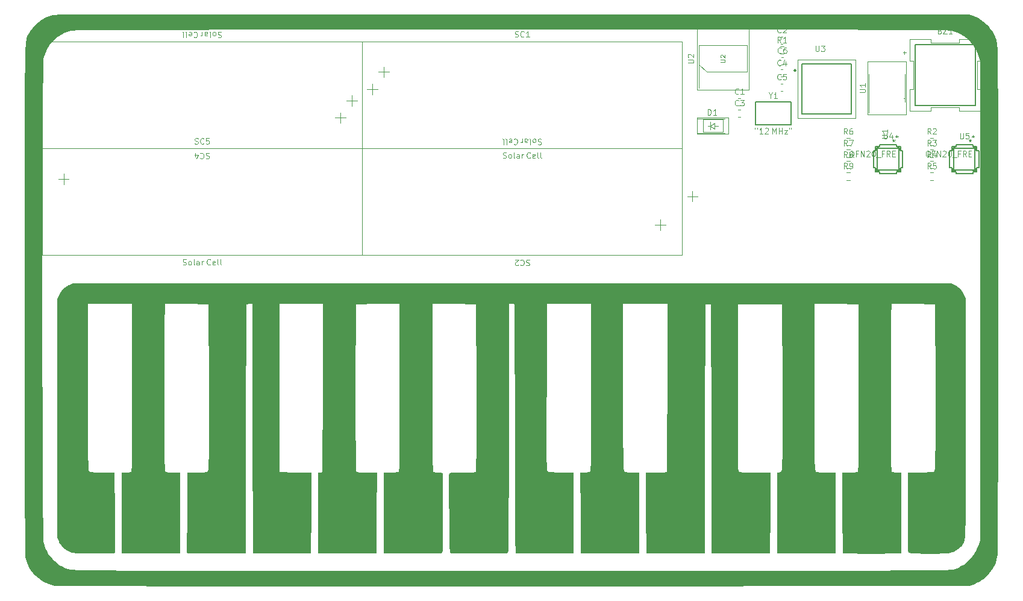
<source format=gbr>
%TF.GenerationSoftware,Flux,Pcbnew,7.0.11-7.0.11~ubuntu20.04.1*%
%TF.CreationDate,2024-08-20T16:18:28+00:00*%
%TF.ProjectId,input,696e7075-742e-46b6-9963-61645f706362,rev?*%
%TF.SameCoordinates,Original*%
%TF.FileFunction,Legend,Top*%
%TF.FilePolarity,Positive*%
%FSLAX46Y46*%
G04 Gerber Fmt 4.6, Leading zero omitted, Abs format (unit mm)*
G04 Filename: known-fuchsia-translation-collar*
G04 Build it with Flux! Visit our site at: https://www.flux.ai (PCBNEW 7.0.11-7.0.11~ubuntu20.04.1) date 2024-08-20 16:18:28*
%MOMM*%
%LPD*%
G01*
G04 APERTURE LIST*
%ADD10C,0.095000*%
%ADD11C,0.076000*%
%ADD12C,0.093100*%
%ADD13C,0.060800*%
%ADD14C,0.152400*%
%ADD15C,0.120000*%
%ADD16C,0.100000*%
%ADD17C,0.050000*%
%ADD18C,0.127000*%
%ADD19C,0.200000*%
G04 APERTURE END LIST*
D10*
X145731299Y-36592355D02*
X145731299Y-36782831D01*
X145540823Y-36706640D02*
X145731299Y-36782831D01*
X145731299Y-36782831D02*
X145921776Y-36706640D01*
X145617014Y-36935212D02*
X145731299Y-36782831D01*
X145731299Y-36782831D02*
X145845585Y-36935212D01*
X146136399Y-36012655D02*
X146136399Y-36203131D01*
X145945923Y-36126940D02*
X146136399Y-36203131D01*
X146136399Y-36203131D02*
X146326876Y-36126940D01*
X146022114Y-36355512D02*
X146136399Y-36203131D01*
X146136399Y-36203131D02*
X146250685Y-36355512D01*
X140108228Y-39093445D02*
X140032038Y-39055350D01*
X140032038Y-39055350D02*
X139955847Y-38979160D01*
X139955847Y-38979160D02*
X139841561Y-38864874D01*
X139841561Y-38864874D02*
X139765371Y-38826779D01*
X139765371Y-38826779D02*
X139689180Y-38826779D01*
X139727276Y-39017255D02*
X139651085Y-38979160D01*
X139651085Y-38979160D02*
X139574895Y-38902969D01*
X139574895Y-38902969D02*
X139536799Y-38750588D01*
X139536799Y-38750588D02*
X139536799Y-38483921D01*
X139536799Y-38483921D02*
X139574895Y-38331540D01*
X139574895Y-38331540D02*
X139651085Y-38255350D01*
X139651085Y-38255350D02*
X139727276Y-38217255D01*
X139727276Y-38217255D02*
X139879657Y-38217255D01*
X139879657Y-38217255D02*
X139955847Y-38255350D01*
X139955847Y-38255350D02*
X140032038Y-38331540D01*
X140032038Y-38331540D02*
X140070133Y-38483921D01*
X140070133Y-38483921D02*
X140070133Y-38750588D01*
X140070133Y-38750588D02*
X140032038Y-38902969D01*
X140032038Y-38902969D02*
X139955847Y-38979160D01*
X139955847Y-38979160D02*
X139879657Y-39017255D01*
X139879657Y-39017255D02*
X139727276Y-39017255D01*
X140679656Y-38598207D02*
X140412990Y-38598207D01*
X140412990Y-39017255D02*
X140412990Y-38217255D01*
X140412990Y-38217255D02*
X140793942Y-38217255D01*
X141098704Y-39017255D02*
X141098704Y-38217255D01*
X141098704Y-38217255D02*
X141555847Y-39017255D01*
X141555847Y-39017255D02*
X141555847Y-38217255D01*
X141898703Y-38293445D02*
X141936799Y-38255350D01*
X141936799Y-38255350D02*
X142012989Y-38217255D01*
X142012989Y-38217255D02*
X142203465Y-38217255D01*
X142203465Y-38217255D02*
X142279656Y-38255350D01*
X142279656Y-38255350D02*
X142317751Y-38293445D01*
X142317751Y-38293445D02*
X142355846Y-38369636D01*
X142355846Y-38369636D02*
X142355846Y-38445826D01*
X142355846Y-38445826D02*
X142317751Y-38560112D01*
X142317751Y-38560112D02*
X141860608Y-39017255D01*
X141860608Y-39017255D02*
X142355846Y-39017255D01*
X142851085Y-38217255D02*
X142927275Y-38217255D01*
X142927275Y-38217255D02*
X143003466Y-38255350D01*
X143003466Y-38255350D02*
X143041561Y-38293445D01*
X143041561Y-38293445D02*
X143079656Y-38369636D01*
X143079656Y-38369636D02*
X143117751Y-38522017D01*
X143117751Y-38522017D02*
X143117751Y-38712493D01*
X143117751Y-38712493D02*
X143079656Y-38864874D01*
X143079656Y-38864874D02*
X143041561Y-38941064D01*
X143041561Y-38941064D02*
X143003466Y-38979160D01*
X143003466Y-38979160D02*
X142927275Y-39017255D01*
X142927275Y-39017255D02*
X142851085Y-39017255D01*
X142851085Y-39017255D02*
X142774894Y-38979160D01*
X142774894Y-38979160D02*
X142736799Y-38941064D01*
X142736799Y-38941064D02*
X142698704Y-38864874D01*
X142698704Y-38864874D02*
X142660608Y-38712493D01*
X142660608Y-38712493D02*
X142660608Y-38522017D01*
X142660608Y-38522017D02*
X142698704Y-38369636D01*
X142698704Y-38369636D02*
X142736799Y-38293445D01*
X142736799Y-38293445D02*
X142774894Y-38255350D01*
X142774894Y-38255350D02*
X142851085Y-38217255D01*
X143270133Y-39093445D02*
X143879656Y-39093445D01*
X144336799Y-38598207D02*
X144070133Y-38598207D01*
X144070133Y-39017255D02*
X144070133Y-38217255D01*
X144070133Y-38217255D02*
X144451085Y-38217255D01*
X145212990Y-39017255D02*
X144946323Y-38636302D01*
X144755847Y-39017255D02*
X144755847Y-38217255D01*
X144755847Y-38217255D02*
X145060609Y-38217255D01*
X145060609Y-38217255D02*
X145136799Y-38255350D01*
X145136799Y-38255350D02*
X145174894Y-38293445D01*
X145174894Y-38293445D02*
X145212990Y-38369636D01*
X145212990Y-38369636D02*
X145212990Y-38483921D01*
X145212990Y-38483921D02*
X145174894Y-38560112D01*
X145174894Y-38560112D02*
X145136799Y-38598207D01*
X145136799Y-38598207D02*
X145060609Y-38636302D01*
X145060609Y-38636302D02*
X144755847Y-38636302D01*
X145555847Y-38598207D02*
X145822513Y-38598207D01*
X145936799Y-39017255D02*
X145555847Y-39017255D01*
X145555847Y-39017255D02*
X145555847Y-38217255D01*
X145555847Y-38217255D02*
X145936799Y-38217255D01*
X144332276Y-35733755D02*
X144332276Y-36381374D01*
X144332276Y-36381374D02*
X144370371Y-36457564D01*
X144370371Y-36457564D02*
X144408466Y-36495660D01*
X144408466Y-36495660D02*
X144484657Y-36533755D01*
X144484657Y-36533755D02*
X144637038Y-36533755D01*
X144637038Y-36533755D02*
X144713228Y-36495660D01*
X144713228Y-36495660D02*
X144751323Y-36457564D01*
X144751323Y-36457564D02*
X144789419Y-36381374D01*
X144789419Y-36381374D02*
X144789419Y-35733755D01*
X145513228Y-36000421D02*
X145513228Y-36533755D01*
X145322752Y-35695660D02*
X145132275Y-36267088D01*
X145132275Y-36267088D02*
X145627514Y-36267088D01*
X150930767Y-35865055D02*
X150664100Y-35484102D01*
X150473624Y-35865055D02*
X150473624Y-35065055D01*
X150473624Y-35065055D02*
X150778386Y-35065055D01*
X150778386Y-35065055D02*
X150854576Y-35103150D01*
X150854576Y-35103150D02*
X150892671Y-35141245D01*
X150892671Y-35141245D02*
X150930767Y-35217436D01*
X150930767Y-35217436D02*
X150930767Y-35331721D01*
X150930767Y-35331721D02*
X150892671Y-35407912D01*
X150892671Y-35407912D02*
X150854576Y-35446007D01*
X150854576Y-35446007D02*
X150778386Y-35484102D01*
X150778386Y-35484102D02*
X150473624Y-35484102D01*
X151235528Y-35141245D02*
X151273624Y-35103150D01*
X151273624Y-35103150D02*
X151349814Y-35065055D01*
X151349814Y-35065055D02*
X151540290Y-35065055D01*
X151540290Y-35065055D02*
X151616481Y-35103150D01*
X151616481Y-35103150D02*
X151654576Y-35141245D01*
X151654576Y-35141245D02*
X151692671Y-35217436D01*
X151692671Y-35217436D02*
X151692671Y-35293626D01*
X151692671Y-35293626D02*
X151654576Y-35407912D01*
X151654576Y-35407912D02*
X151197433Y-35865055D01*
X151197433Y-35865055D02*
X151692671Y-35865055D01*
X96185138Y-36552040D02*
X96070852Y-36513944D01*
X96070852Y-36513944D02*
X95880376Y-36513944D01*
X95880376Y-36513944D02*
X95804185Y-36552040D01*
X95804185Y-36552040D02*
X95766090Y-36590135D01*
X95766090Y-36590135D02*
X95727995Y-36666325D01*
X95727995Y-36666325D02*
X95727995Y-36742516D01*
X95727995Y-36742516D02*
X95766090Y-36818706D01*
X95766090Y-36818706D02*
X95804185Y-36856801D01*
X95804185Y-36856801D02*
X95880376Y-36894897D01*
X95880376Y-36894897D02*
X96032757Y-36932992D01*
X96032757Y-36932992D02*
X96108947Y-36971087D01*
X96108947Y-36971087D02*
X96147042Y-37009182D01*
X96147042Y-37009182D02*
X96185138Y-37085373D01*
X96185138Y-37085373D02*
X96185138Y-37161563D01*
X96185138Y-37161563D02*
X96147042Y-37237754D01*
X96147042Y-37237754D02*
X96108947Y-37275849D01*
X96108947Y-37275849D02*
X96032757Y-37313944D01*
X96032757Y-37313944D02*
X95842280Y-37313944D01*
X95842280Y-37313944D02*
X95727995Y-37275849D01*
X95270852Y-36513944D02*
X95347042Y-36552040D01*
X95347042Y-36552040D02*
X95385137Y-36590135D01*
X95385137Y-36590135D02*
X95423233Y-36666325D01*
X95423233Y-36666325D02*
X95423233Y-36894897D01*
X95423233Y-36894897D02*
X95385137Y-36971087D01*
X95385137Y-36971087D02*
X95347042Y-37009182D01*
X95347042Y-37009182D02*
X95270852Y-37047278D01*
X95270852Y-37047278D02*
X95156566Y-37047278D01*
X95156566Y-37047278D02*
X95080375Y-37009182D01*
X95080375Y-37009182D02*
X95042280Y-36971087D01*
X95042280Y-36971087D02*
X95004185Y-36894897D01*
X95004185Y-36894897D02*
X95004185Y-36666325D01*
X95004185Y-36666325D02*
X95042280Y-36590135D01*
X95042280Y-36590135D02*
X95080375Y-36552040D01*
X95080375Y-36552040D02*
X95156566Y-36513944D01*
X95156566Y-36513944D02*
X95270852Y-36513944D01*
X94547042Y-36513944D02*
X94623232Y-36552040D01*
X94623232Y-36552040D02*
X94661327Y-36628230D01*
X94661327Y-36628230D02*
X94661327Y-37313944D01*
X93899422Y-36513944D02*
X93899422Y-36932992D01*
X93899422Y-36932992D02*
X93937517Y-37009182D01*
X93937517Y-37009182D02*
X94013708Y-37047278D01*
X94013708Y-37047278D02*
X94166089Y-37047278D01*
X94166089Y-37047278D02*
X94242279Y-37009182D01*
X93899422Y-36552040D02*
X93975613Y-36513944D01*
X93975613Y-36513944D02*
X94166089Y-36513944D01*
X94166089Y-36513944D02*
X94242279Y-36552040D01*
X94242279Y-36552040D02*
X94280375Y-36628230D01*
X94280375Y-36628230D02*
X94280375Y-36704420D01*
X94280375Y-36704420D02*
X94242279Y-36780611D01*
X94242279Y-36780611D02*
X94166089Y-36818706D01*
X94166089Y-36818706D02*
X93975613Y-36818706D01*
X93975613Y-36818706D02*
X93899422Y-36856801D01*
X93518469Y-36513944D02*
X93518469Y-37047278D01*
X93518469Y-36894897D02*
X93480374Y-36971087D01*
X93480374Y-36971087D02*
X93442279Y-37009182D01*
X93442279Y-37009182D02*
X93366088Y-37047278D01*
X93366088Y-37047278D02*
X93289898Y-37047278D01*
X92337517Y-36590135D02*
X92375613Y-36552040D01*
X92375613Y-36552040D02*
X92489898Y-36513944D01*
X92489898Y-36513944D02*
X92566089Y-36513944D01*
X92566089Y-36513944D02*
X92680375Y-36552040D01*
X92680375Y-36552040D02*
X92756565Y-36628230D01*
X92756565Y-36628230D02*
X92794660Y-36704420D01*
X92794660Y-36704420D02*
X92832756Y-36856801D01*
X92832756Y-36856801D02*
X92832756Y-36971087D01*
X92832756Y-36971087D02*
X92794660Y-37123468D01*
X92794660Y-37123468D02*
X92756565Y-37199659D01*
X92756565Y-37199659D02*
X92680375Y-37275849D01*
X92680375Y-37275849D02*
X92566089Y-37313944D01*
X92566089Y-37313944D02*
X92489898Y-37313944D01*
X92489898Y-37313944D02*
X92375613Y-37275849D01*
X92375613Y-37275849D02*
X92337517Y-37237754D01*
X91689898Y-36552040D02*
X91766089Y-36513944D01*
X91766089Y-36513944D02*
X91918470Y-36513944D01*
X91918470Y-36513944D02*
X91994660Y-36552040D01*
X91994660Y-36552040D02*
X92032756Y-36628230D01*
X92032756Y-36628230D02*
X92032756Y-36932992D01*
X92032756Y-36932992D02*
X91994660Y-37009182D01*
X91994660Y-37009182D02*
X91918470Y-37047278D01*
X91918470Y-37047278D02*
X91766089Y-37047278D01*
X91766089Y-37047278D02*
X91689898Y-37009182D01*
X91689898Y-37009182D02*
X91651803Y-36932992D01*
X91651803Y-36932992D02*
X91651803Y-36856801D01*
X91651803Y-36856801D02*
X92032756Y-36780611D01*
X91194661Y-36513944D02*
X91270851Y-36552040D01*
X91270851Y-36552040D02*
X91308946Y-36628230D01*
X91308946Y-36628230D02*
X91308946Y-37313944D01*
X90775613Y-36513944D02*
X90851803Y-36552040D01*
X90851803Y-36552040D02*
X90889898Y-36628230D01*
X90889898Y-36628230D02*
X90889898Y-37313944D01*
X94508901Y-53552040D02*
X94394615Y-53513944D01*
X94394615Y-53513944D02*
X94204139Y-53513944D01*
X94204139Y-53513944D02*
X94127948Y-53552040D01*
X94127948Y-53552040D02*
X94089853Y-53590135D01*
X94089853Y-53590135D02*
X94051758Y-53666325D01*
X94051758Y-53666325D02*
X94051758Y-53742516D01*
X94051758Y-53742516D02*
X94089853Y-53818706D01*
X94089853Y-53818706D02*
X94127948Y-53856801D01*
X94127948Y-53856801D02*
X94204139Y-53894897D01*
X94204139Y-53894897D02*
X94356520Y-53932992D01*
X94356520Y-53932992D02*
X94432710Y-53971087D01*
X94432710Y-53971087D02*
X94470805Y-54009182D01*
X94470805Y-54009182D02*
X94508901Y-54085373D01*
X94508901Y-54085373D02*
X94508901Y-54161563D01*
X94508901Y-54161563D02*
X94470805Y-54237754D01*
X94470805Y-54237754D02*
X94432710Y-54275849D01*
X94432710Y-54275849D02*
X94356520Y-54313944D01*
X94356520Y-54313944D02*
X94166043Y-54313944D01*
X94166043Y-54313944D02*
X94051758Y-54275849D01*
X93251757Y-53590135D02*
X93289853Y-53552040D01*
X93289853Y-53552040D02*
X93404138Y-53513944D01*
X93404138Y-53513944D02*
X93480329Y-53513944D01*
X93480329Y-53513944D02*
X93594615Y-53552040D01*
X93594615Y-53552040D02*
X93670805Y-53628230D01*
X93670805Y-53628230D02*
X93708900Y-53704420D01*
X93708900Y-53704420D02*
X93746996Y-53856801D01*
X93746996Y-53856801D02*
X93746996Y-53971087D01*
X93746996Y-53971087D02*
X93708900Y-54123468D01*
X93708900Y-54123468D02*
X93670805Y-54199659D01*
X93670805Y-54199659D02*
X93594615Y-54275849D01*
X93594615Y-54275849D02*
X93480329Y-54313944D01*
X93480329Y-54313944D02*
X93404138Y-54313944D01*
X93404138Y-54313944D02*
X93289853Y-54275849D01*
X93289853Y-54275849D02*
X93251757Y-54237754D01*
X92946996Y-54237754D02*
X92908900Y-54275849D01*
X92908900Y-54275849D02*
X92832710Y-54313944D01*
X92832710Y-54313944D02*
X92642234Y-54313944D01*
X92642234Y-54313944D02*
X92566043Y-54275849D01*
X92566043Y-54275849D02*
X92527948Y-54237754D01*
X92527948Y-54237754D02*
X92489853Y-54161563D01*
X92489853Y-54161563D02*
X92489853Y-54085373D01*
X92489853Y-54085373D02*
X92527948Y-53971087D01*
X92527948Y-53971087D02*
X92985091Y-53513944D01*
X92985091Y-53513944D02*
X92489853Y-53513944D01*
X150930767Y-39106755D02*
X150664100Y-38725802D01*
X150473624Y-39106755D02*
X150473624Y-38306755D01*
X150473624Y-38306755D02*
X150778386Y-38306755D01*
X150778386Y-38306755D02*
X150854576Y-38344850D01*
X150854576Y-38344850D02*
X150892671Y-38382945D01*
X150892671Y-38382945D02*
X150930767Y-38459136D01*
X150930767Y-38459136D02*
X150930767Y-38573421D01*
X150930767Y-38573421D02*
X150892671Y-38649612D01*
X150892671Y-38649612D02*
X150854576Y-38687707D01*
X150854576Y-38687707D02*
X150778386Y-38725802D01*
X150778386Y-38725802D02*
X150473624Y-38725802D01*
X151616481Y-38573421D02*
X151616481Y-39106755D01*
X151426005Y-38268660D02*
X151235528Y-38840088D01*
X151235528Y-38840088D02*
X151730767Y-38840088D01*
X51199238Y-21536740D02*
X51084952Y-21498644D01*
X51084952Y-21498644D02*
X50894476Y-21498644D01*
X50894476Y-21498644D02*
X50818285Y-21536740D01*
X50818285Y-21536740D02*
X50780190Y-21574835D01*
X50780190Y-21574835D02*
X50742095Y-21651025D01*
X50742095Y-21651025D02*
X50742095Y-21727216D01*
X50742095Y-21727216D02*
X50780190Y-21803406D01*
X50780190Y-21803406D02*
X50818285Y-21841501D01*
X50818285Y-21841501D02*
X50894476Y-21879597D01*
X50894476Y-21879597D02*
X51046857Y-21917692D01*
X51046857Y-21917692D02*
X51123047Y-21955787D01*
X51123047Y-21955787D02*
X51161142Y-21993882D01*
X51161142Y-21993882D02*
X51199238Y-22070073D01*
X51199238Y-22070073D02*
X51199238Y-22146263D01*
X51199238Y-22146263D02*
X51161142Y-22222454D01*
X51161142Y-22222454D02*
X51123047Y-22260549D01*
X51123047Y-22260549D02*
X51046857Y-22298644D01*
X51046857Y-22298644D02*
X50856380Y-22298644D01*
X50856380Y-22298644D02*
X50742095Y-22260549D01*
X50284952Y-21498644D02*
X50361142Y-21536740D01*
X50361142Y-21536740D02*
X50399237Y-21574835D01*
X50399237Y-21574835D02*
X50437333Y-21651025D01*
X50437333Y-21651025D02*
X50437333Y-21879597D01*
X50437333Y-21879597D02*
X50399237Y-21955787D01*
X50399237Y-21955787D02*
X50361142Y-21993882D01*
X50361142Y-21993882D02*
X50284952Y-22031978D01*
X50284952Y-22031978D02*
X50170666Y-22031978D01*
X50170666Y-22031978D02*
X50094475Y-21993882D01*
X50094475Y-21993882D02*
X50056380Y-21955787D01*
X50056380Y-21955787D02*
X50018285Y-21879597D01*
X50018285Y-21879597D02*
X50018285Y-21651025D01*
X50018285Y-21651025D02*
X50056380Y-21574835D01*
X50056380Y-21574835D02*
X50094475Y-21536740D01*
X50094475Y-21536740D02*
X50170666Y-21498644D01*
X50170666Y-21498644D02*
X50284952Y-21498644D01*
X49561142Y-21498644D02*
X49637332Y-21536740D01*
X49637332Y-21536740D02*
X49675427Y-21612930D01*
X49675427Y-21612930D02*
X49675427Y-22298644D01*
X48913522Y-21498644D02*
X48913522Y-21917692D01*
X48913522Y-21917692D02*
X48951617Y-21993882D01*
X48951617Y-21993882D02*
X49027808Y-22031978D01*
X49027808Y-22031978D02*
X49180189Y-22031978D01*
X49180189Y-22031978D02*
X49256379Y-21993882D01*
X48913522Y-21536740D02*
X48989713Y-21498644D01*
X48989713Y-21498644D02*
X49180189Y-21498644D01*
X49180189Y-21498644D02*
X49256379Y-21536740D01*
X49256379Y-21536740D02*
X49294475Y-21612930D01*
X49294475Y-21612930D02*
X49294475Y-21689120D01*
X49294475Y-21689120D02*
X49256379Y-21765311D01*
X49256379Y-21765311D02*
X49180189Y-21803406D01*
X49180189Y-21803406D02*
X48989713Y-21803406D01*
X48989713Y-21803406D02*
X48913522Y-21841501D01*
X48532569Y-21498644D02*
X48532569Y-22031978D01*
X48532569Y-21879597D02*
X48494474Y-21955787D01*
X48494474Y-21955787D02*
X48456379Y-21993882D01*
X48456379Y-21993882D02*
X48380188Y-22031978D01*
X48380188Y-22031978D02*
X48303998Y-22031978D01*
X47351617Y-21574835D02*
X47389713Y-21536740D01*
X47389713Y-21536740D02*
X47503998Y-21498644D01*
X47503998Y-21498644D02*
X47580189Y-21498644D01*
X47580189Y-21498644D02*
X47694475Y-21536740D01*
X47694475Y-21536740D02*
X47770665Y-21612930D01*
X47770665Y-21612930D02*
X47808760Y-21689120D01*
X47808760Y-21689120D02*
X47846856Y-21841501D01*
X47846856Y-21841501D02*
X47846856Y-21955787D01*
X47846856Y-21955787D02*
X47808760Y-22108168D01*
X47808760Y-22108168D02*
X47770665Y-22184359D01*
X47770665Y-22184359D02*
X47694475Y-22260549D01*
X47694475Y-22260549D02*
X47580189Y-22298644D01*
X47580189Y-22298644D02*
X47503998Y-22298644D01*
X47503998Y-22298644D02*
X47389713Y-22260549D01*
X47389713Y-22260549D02*
X47351617Y-22222454D01*
X46703998Y-21536740D02*
X46780189Y-21498644D01*
X46780189Y-21498644D02*
X46932570Y-21498644D01*
X46932570Y-21498644D02*
X47008760Y-21536740D01*
X47008760Y-21536740D02*
X47046856Y-21612930D01*
X47046856Y-21612930D02*
X47046856Y-21917692D01*
X47046856Y-21917692D02*
X47008760Y-21993882D01*
X47008760Y-21993882D02*
X46932570Y-22031978D01*
X46932570Y-22031978D02*
X46780189Y-22031978D01*
X46780189Y-22031978D02*
X46703998Y-21993882D01*
X46703998Y-21993882D02*
X46665903Y-21917692D01*
X46665903Y-21917692D02*
X46665903Y-21841501D01*
X46665903Y-21841501D02*
X47046856Y-21765311D01*
X46208761Y-21498644D02*
X46284951Y-21536740D01*
X46284951Y-21536740D02*
X46323046Y-21612930D01*
X46323046Y-21612930D02*
X46323046Y-22298644D01*
X45789713Y-21498644D02*
X45865903Y-21536740D01*
X45865903Y-21536740D02*
X45903998Y-21612930D01*
X45903998Y-21612930D02*
X45903998Y-22298644D01*
X49523001Y-38536740D02*
X49408715Y-38498644D01*
X49408715Y-38498644D02*
X49218239Y-38498644D01*
X49218239Y-38498644D02*
X49142048Y-38536740D01*
X49142048Y-38536740D02*
X49103953Y-38574835D01*
X49103953Y-38574835D02*
X49065858Y-38651025D01*
X49065858Y-38651025D02*
X49065858Y-38727216D01*
X49065858Y-38727216D02*
X49103953Y-38803406D01*
X49103953Y-38803406D02*
X49142048Y-38841501D01*
X49142048Y-38841501D02*
X49218239Y-38879597D01*
X49218239Y-38879597D02*
X49370620Y-38917692D01*
X49370620Y-38917692D02*
X49446810Y-38955787D01*
X49446810Y-38955787D02*
X49484905Y-38993882D01*
X49484905Y-38993882D02*
X49523001Y-39070073D01*
X49523001Y-39070073D02*
X49523001Y-39146263D01*
X49523001Y-39146263D02*
X49484905Y-39222454D01*
X49484905Y-39222454D02*
X49446810Y-39260549D01*
X49446810Y-39260549D02*
X49370620Y-39298644D01*
X49370620Y-39298644D02*
X49180143Y-39298644D01*
X49180143Y-39298644D02*
X49065858Y-39260549D01*
X48265857Y-38574835D02*
X48303953Y-38536740D01*
X48303953Y-38536740D02*
X48418238Y-38498644D01*
X48418238Y-38498644D02*
X48494429Y-38498644D01*
X48494429Y-38498644D02*
X48608715Y-38536740D01*
X48608715Y-38536740D02*
X48684905Y-38612930D01*
X48684905Y-38612930D02*
X48723000Y-38689120D01*
X48723000Y-38689120D02*
X48761096Y-38841501D01*
X48761096Y-38841501D02*
X48761096Y-38955787D01*
X48761096Y-38955787D02*
X48723000Y-39108168D01*
X48723000Y-39108168D02*
X48684905Y-39184359D01*
X48684905Y-39184359D02*
X48608715Y-39260549D01*
X48608715Y-39260549D02*
X48494429Y-39298644D01*
X48494429Y-39298644D02*
X48418238Y-39298644D01*
X48418238Y-39298644D02*
X48303953Y-39260549D01*
X48303953Y-39260549D02*
X48265857Y-39222454D01*
X47580143Y-39031978D02*
X47580143Y-38498644D01*
X47770619Y-39336740D02*
X47961096Y-38765311D01*
X47961096Y-38765311D02*
X47465857Y-38765311D01*
X150930767Y-40726155D02*
X150664100Y-40345202D01*
X150473624Y-40726155D02*
X150473624Y-39926155D01*
X150473624Y-39926155D02*
X150778386Y-39926155D01*
X150778386Y-39926155D02*
X150854576Y-39964250D01*
X150854576Y-39964250D02*
X150892671Y-40002345D01*
X150892671Y-40002345D02*
X150930767Y-40078536D01*
X150930767Y-40078536D02*
X150930767Y-40192821D01*
X150930767Y-40192821D02*
X150892671Y-40269012D01*
X150892671Y-40269012D02*
X150854576Y-40307107D01*
X150854576Y-40307107D02*
X150778386Y-40345202D01*
X150778386Y-40345202D02*
X150473624Y-40345202D01*
X151654576Y-39926155D02*
X151273624Y-39926155D01*
X151273624Y-39926155D02*
X151235528Y-40307107D01*
X151235528Y-40307107D02*
X151273624Y-40269012D01*
X151273624Y-40269012D02*
X151349814Y-40230917D01*
X151349814Y-40230917D02*
X151540290Y-40230917D01*
X151540290Y-40230917D02*
X151616481Y-40269012D01*
X151616481Y-40269012D02*
X151654576Y-40307107D01*
X151654576Y-40307107D02*
X151692671Y-40383298D01*
X151692671Y-40383298D02*
X151692671Y-40573774D01*
X151692671Y-40573774D02*
X151654576Y-40649964D01*
X151654576Y-40649964D02*
X151616481Y-40688060D01*
X151616481Y-40688060D02*
X151540290Y-40726155D01*
X151540290Y-40726155D02*
X151349814Y-40726155D01*
X151349814Y-40726155D02*
X151273624Y-40688060D01*
X151273624Y-40688060D02*
X151235528Y-40649964D01*
X126252766Y-35014055D02*
X126252766Y-35166436D01*
X126557528Y-35014055D02*
X126557528Y-35166436D01*
X127319433Y-35814055D02*
X126862290Y-35814055D01*
X127090862Y-35814055D02*
X127090862Y-35014055D01*
X127090862Y-35014055D02*
X127014671Y-35128340D01*
X127014671Y-35128340D02*
X126938481Y-35204531D01*
X126938481Y-35204531D02*
X126862290Y-35242626D01*
X127624195Y-35090245D02*
X127662291Y-35052150D01*
X127662291Y-35052150D02*
X127738481Y-35014055D01*
X127738481Y-35014055D02*
X127928957Y-35014055D01*
X127928957Y-35014055D02*
X128005148Y-35052150D01*
X128005148Y-35052150D02*
X128043243Y-35090245D01*
X128043243Y-35090245D02*
X128081338Y-35166436D01*
X128081338Y-35166436D02*
X128081338Y-35242626D01*
X128081338Y-35242626D02*
X128043243Y-35356912D01*
X128043243Y-35356912D02*
X127586100Y-35814055D01*
X127586100Y-35814055D02*
X128081338Y-35814055D01*
X128652767Y-35814055D02*
X128652767Y-35014055D01*
X128652767Y-35014055D02*
X128919433Y-35585483D01*
X128919433Y-35585483D02*
X129186100Y-35014055D01*
X129186100Y-35014055D02*
X129186100Y-35814055D01*
X129567053Y-35814055D02*
X129567053Y-35014055D01*
X129567053Y-35395007D02*
X130024196Y-35395007D01*
X130024196Y-35814055D02*
X130024196Y-35014055D01*
X130328957Y-35280721D02*
X130748005Y-35280721D01*
X130748005Y-35280721D02*
X130328957Y-35814055D01*
X130328957Y-35814055D02*
X130748005Y-35814055D01*
X131014671Y-35014055D02*
X131014671Y-35166436D01*
X131319433Y-35014055D02*
X131319433Y-35166436D01*
X128405148Y-30433102D02*
X128405148Y-30814055D01*
X128138481Y-30014055D02*
X128405148Y-30433102D01*
X128405148Y-30433102D02*
X128671814Y-30014055D01*
X129357528Y-30814055D02*
X128900385Y-30814055D01*
X129128957Y-30814055D02*
X129128957Y-30014055D01*
X129128957Y-30014055D02*
X129052766Y-30128340D01*
X129052766Y-30128340D02*
X128976576Y-30204531D01*
X128976576Y-30204531D02*
X128900385Y-30242626D01*
X139185467Y-40726155D02*
X138918800Y-40345202D01*
X138728324Y-40726155D02*
X138728324Y-39926155D01*
X138728324Y-39926155D02*
X139033086Y-39926155D01*
X139033086Y-39926155D02*
X139109276Y-39964250D01*
X139109276Y-39964250D02*
X139147371Y-40002345D01*
X139147371Y-40002345D02*
X139185467Y-40078536D01*
X139185467Y-40078536D02*
X139185467Y-40192821D01*
X139185467Y-40192821D02*
X139147371Y-40269012D01*
X139147371Y-40269012D02*
X139109276Y-40307107D01*
X139109276Y-40307107D02*
X139033086Y-40345202D01*
X139033086Y-40345202D02*
X138728324Y-40345202D01*
X139566419Y-40726155D02*
X139718800Y-40726155D01*
X139718800Y-40726155D02*
X139794990Y-40688060D01*
X139794990Y-40688060D02*
X139833086Y-40649964D01*
X139833086Y-40649964D02*
X139909276Y-40535679D01*
X139909276Y-40535679D02*
X139947371Y-40383298D01*
X139947371Y-40383298D02*
X139947371Y-40078536D01*
X139947371Y-40078536D02*
X139909276Y-40002345D01*
X139909276Y-40002345D02*
X139871181Y-39964250D01*
X139871181Y-39964250D02*
X139794990Y-39926155D01*
X139794990Y-39926155D02*
X139642609Y-39926155D01*
X139642609Y-39926155D02*
X139566419Y-39964250D01*
X139566419Y-39964250D02*
X139528324Y-40002345D01*
X139528324Y-40002345D02*
X139490228Y-40078536D01*
X139490228Y-40078536D02*
X139490228Y-40269012D01*
X139490228Y-40269012D02*
X139528324Y-40345202D01*
X139528324Y-40345202D02*
X139566419Y-40383298D01*
X139566419Y-40383298D02*
X139642609Y-40421393D01*
X139642609Y-40421393D02*
X139794990Y-40421393D01*
X139794990Y-40421393D02*
X139871181Y-40383298D01*
X139871181Y-40383298D02*
X139909276Y-40345202D01*
X139909276Y-40345202D02*
X139947371Y-40269012D01*
X139185467Y-39106755D02*
X138918800Y-38725802D01*
X138728324Y-39106755D02*
X138728324Y-38306755D01*
X138728324Y-38306755D02*
X139033086Y-38306755D01*
X139033086Y-38306755D02*
X139109276Y-38344850D01*
X139109276Y-38344850D02*
X139147371Y-38382945D01*
X139147371Y-38382945D02*
X139185467Y-38459136D01*
X139185467Y-38459136D02*
X139185467Y-38573421D01*
X139185467Y-38573421D02*
X139147371Y-38649612D01*
X139147371Y-38649612D02*
X139109276Y-38687707D01*
X139109276Y-38687707D02*
X139033086Y-38725802D01*
X139033086Y-38725802D02*
X138728324Y-38725802D01*
X139642609Y-38649612D02*
X139566419Y-38611517D01*
X139566419Y-38611517D02*
X139528324Y-38573421D01*
X139528324Y-38573421D02*
X139490228Y-38497231D01*
X139490228Y-38497231D02*
X139490228Y-38459136D01*
X139490228Y-38459136D02*
X139528324Y-38382945D01*
X139528324Y-38382945D02*
X139566419Y-38344850D01*
X139566419Y-38344850D02*
X139642609Y-38306755D01*
X139642609Y-38306755D02*
X139794990Y-38306755D01*
X139794990Y-38306755D02*
X139871181Y-38344850D01*
X139871181Y-38344850D02*
X139909276Y-38382945D01*
X139909276Y-38382945D02*
X139947371Y-38459136D01*
X139947371Y-38459136D02*
X139947371Y-38497231D01*
X139947371Y-38497231D02*
X139909276Y-38573421D01*
X139909276Y-38573421D02*
X139871181Y-38611517D01*
X139871181Y-38611517D02*
X139794990Y-38649612D01*
X139794990Y-38649612D02*
X139642609Y-38649612D01*
X139642609Y-38649612D02*
X139566419Y-38687707D01*
X139566419Y-38687707D02*
X139528324Y-38725802D01*
X139528324Y-38725802D02*
X139490228Y-38801993D01*
X139490228Y-38801993D02*
X139490228Y-38954374D01*
X139490228Y-38954374D02*
X139528324Y-39030564D01*
X139528324Y-39030564D02*
X139566419Y-39068660D01*
X139566419Y-39068660D02*
X139642609Y-39106755D01*
X139642609Y-39106755D02*
X139794990Y-39106755D01*
X139794990Y-39106755D02*
X139871181Y-39068660D01*
X139871181Y-39068660D02*
X139909276Y-39030564D01*
X139909276Y-39030564D02*
X139947371Y-38954374D01*
X139947371Y-38954374D02*
X139947371Y-38801993D01*
X139947371Y-38801993D02*
X139909276Y-38725802D01*
X139909276Y-38725802D02*
X139871181Y-38687707D01*
X139871181Y-38687707D02*
X139794990Y-38649612D01*
X119610424Y-33171155D02*
X119610424Y-32371155D01*
X119610424Y-32371155D02*
X119800900Y-32371155D01*
X119800900Y-32371155D02*
X119915186Y-32409250D01*
X119915186Y-32409250D02*
X119991376Y-32485440D01*
X119991376Y-32485440D02*
X120029471Y-32561631D01*
X120029471Y-32561631D02*
X120067567Y-32714012D01*
X120067567Y-32714012D02*
X120067567Y-32828298D01*
X120067567Y-32828298D02*
X120029471Y-32980679D01*
X120029471Y-32980679D02*
X119991376Y-33056869D01*
X119991376Y-33056869D02*
X119915186Y-33133060D01*
X119915186Y-33133060D02*
X119800900Y-33171155D01*
X119800900Y-33171155D02*
X119610424Y-33171155D01*
X120829471Y-33171155D02*
X120372328Y-33171155D01*
X120600900Y-33171155D02*
X120600900Y-32371155D01*
X120600900Y-32371155D02*
X120524709Y-32485440D01*
X120524709Y-32485440D02*
X120448519Y-32561631D01*
X120448519Y-32561631D02*
X120372328Y-32599726D01*
X119610424Y-33171155D02*
X119610424Y-32371155D01*
X119610424Y-32371155D02*
X119800900Y-32371155D01*
X119800900Y-32371155D02*
X119915186Y-32409250D01*
X119915186Y-32409250D02*
X119991376Y-32485440D01*
X119991376Y-32485440D02*
X120029471Y-32561631D01*
X120029471Y-32561631D02*
X120067567Y-32714012D01*
X120067567Y-32714012D02*
X120067567Y-32828298D01*
X120067567Y-32828298D02*
X120029471Y-32980679D01*
X120029471Y-32980679D02*
X119991376Y-33056869D01*
X119991376Y-33056869D02*
X119915186Y-33133060D01*
X119915186Y-33133060D02*
X119800900Y-33171155D01*
X119800900Y-33171155D02*
X119610424Y-33171155D01*
X120829471Y-33171155D02*
X120372328Y-33171155D01*
X120600900Y-33171155D02*
X120600900Y-32371155D01*
X120600900Y-32371155D02*
X120524709Y-32485440D01*
X120524709Y-32485440D02*
X120448519Y-32561631D01*
X120448519Y-32561631D02*
X120372328Y-32599726D01*
X139185467Y-37506755D02*
X138918800Y-37125802D01*
X138728324Y-37506755D02*
X138728324Y-36706755D01*
X138728324Y-36706755D02*
X139033086Y-36706755D01*
X139033086Y-36706755D02*
X139109276Y-36744850D01*
X139109276Y-36744850D02*
X139147371Y-36782945D01*
X139147371Y-36782945D02*
X139185467Y-36859136D01*
X139185467Y-36859136D02*
X139185467Y-36973421D01*
X139185467Y-36973421D02*
X139147371Y-37049612D01*
X139147371Y-37049612D02*
X139109276Y-37087707D01*
X139109276Y-37087707D02*
X139033086Y-37125802D01*
X139033086Y-37125802D02*
X138728324Y-37125802D01*
X139452133Y-36706755D02*
X139985467Y-36706755D01*
X139985467Y-36706755D02*
X139642609Y-37506755D01*
X129927767Y-24421964D02*
X129889671Y-24460060D01*
X129889671Y-24460060D02*
X129775386Y-24498155D01*
X129775386Y-24498155D02*
X129699195Y-24498155D01*
X129699195Y-24498155D02*
X129584909Y-24460060D01*
X129584909Y-24460060D02*
X129508719Y-24383869D01*
X129508719Y-24383869D02*
X129470624Y-24307679D01*
X129470624Y-24307679D02*
X129432528Y-24155298D01*
X129432528Y-24155298D02*
X129432528Y-24041012D01*
X129432528Y-24041012D02*
X129470624Y-23888631D01*
X129470624Y-23888631D02*
X129508719Y-23812440D01*
X129508719Y-23812440D02*
X129584909Y-23736250D01*
X129584909Y-23736250D02*
X129699195Y-23698155D01*
X129699195Y-23698155D02*
X129775386Y-23698155D01*
X129775386Y-23698155D02*
X129889671Y-23736250D01*
X129889671Y-23736250D02*
X129927767Y-23774345D01*
X130613481Y-23698155D02*
X130461100Y-23698155D01*
X130461100Y-23698155D02*
X130384909Y-23736250D01*
X130384909Y-23736250D02*
X130346814Y-23774345D01*
X130346814Y-23774345D02*
X130270624Y-23888631D01*
X130270624Y-23888631D02*
X130232528Y-24041012D01*
X130232528Y-24041012D02*
X130232528Y-24345774D01*
X130232528Y-24345774D02*
X130270624Y-24421964D01*
X130270624Y-24421964D02*
X130308719Y-24460060D01*
X130308719Y-24460060D02*
X130384909Y-24498155D01*
X130384909Y-24498155D02*
X130537290Y-24498155D01*
X130537290Y-24498155D02*
X130613481Y-24460060D01*
X130613481Y-24460060D02*
X130651576Y-24421964D01*
X130651576Y-24421964D02*
X130689671Y-24345774D01*
X130689671Y-24345774D02*
X130689671Y-24155298D01*
X130689671Y-24155298D02*
X130651576Y-24079107D01*
X130651576Y-24079107D02*
X130613481Y-24041012D01*
X130613481Y-24041012D02*
X130537290Y-24002917D01*
X130537290Y-24002917D02*
X130384909Y-24002917D01*
X130384909Y-24002917D02*
X130308719Y-24041012D01*
X130308719Y-24041012D02*
X130270624Y-24079107D01*
X130270624Y-24079107D02*
X130232528Y-24155298D01*
X45827784Y-54206260D02*
X45942070Y-54244355D01*
X45942070Y-54244355D02*
X46132546Y-54244355D01*
X46132546Y-54244355D02*
X46208737Y-54206260D01*
X46208737Y-54206260D02*
X46246832Y-54168164D01*
X46246832Y-54168164D02*
X46284927Y-54091974D01*
X46284927Y-54091974D02*
X46284927Y-54015783D01*
X46284927Y-54015783D02*
X46246832Y-53939593D01*
X46246832Y-53939593D02*
X46208737Y-53901498D01*
X46208737Y-53901498D02*
X46132546Y-53863402D01*
X46132546Y-53863402D02*
X45980165Y-53825307D01*
X45980165Y-53825307D02*
X45903975Y-53787212D01*
X45903975Y-53787212D02*
X45865880Y-53749117D01*
X45865880Y-53749117D02*
X45827784Y-53672926D01*
X45827784Y-53672926D02*
X45827784Y-53596736D01*
X45827784Y-53596736D02*
X45865880Y-53520545D01*
X45865880Y-53520545D02*
X45903975Y-53482450D01*
X45903975Y-53482450D02*
X45980165Y-53444355D01*
X45980165Y-53444355D02*
X46170642Y-53444355D01*
X46170642Y-53444355D02*
X46284927Y-53482450D01*
X46742070Y-54244355D02*
X46665880Y-54206260D01*
X46665880Y-54206260D02*
X46627785Y-54168164D01*
X46627785Y-54168164D02*
X46589689Y-54091974D01*
X46589689Y-54091974D02*
X46589689Y-53863402D01*
X46589689Y-53863402D02*
X46627785Y-53787212D01*
X46627785Y-53787212D02*
X46665880Y-53749117D01*
X46665880Y-53749117D02*
X46742070Y-53711021D01*
X46742070Y-53711021D02*
X46856356Y-53711021D01*
X46856356Y-53711021D02*
X46932547Y-53749117D01*
X46932547Y-53749117D02*
X46970642Y-53787212D01*
X46970642Y-53787212D02*
X47008737Y-53863402D01*
X47008737Y-53863402D02*
X47008737Y-54091974D01*
X47008737Y-54091974D02*
X46970642Y-54168164D01*
X46970642Y-54168164D02*
X46932547Y-54206260D01*
X46932547Y-54206260D02*
X46856356Y-54244355D01*
X46856356Y-54244355D02*
X46742070Y-54244355D01*
X47465880Y-54244355D02*
X47389690Y-54206260D01*
X47389690Y-54206260D02*
X47351595Y-54130069D01*
X47351595Y-54130069D02*
X47351595Y-53444355D01*
X48113500Y-54244355D02*
X48113500Y-53825307D01*
X48113500Y-53825307D02*
X48075405Y-53749117D01*
X48075405Y-53749117D02*
X47999214Y-53711021D01*
X47999214Y-53711021D02*
X47846833Y-53711021D01*
X47846833Y-53711021D02*
X47770643Y-53749117D01*
X48113500Y-54206260D02*
X48037309Y-54244355D01*
X48037309Y-54244355D02*
X47846833Y-54244355D01*
X47846833Y-54244355D02*
X47770643Y-54206260D01*
X47770643Y-54206260D02*
X47732547Y-54130069D01*
X47732547Y-54130069D02*
X47732547Y-54053879D01*
X47732547Y-54053879D02*
X47770643Y-53977688D01*
X47770643Y-53977688D02*
X47846833Y-53939593D01*
X47846833Y-53939593D02*
X48037309Y-53939593D01*
X48037309Y-53939593D02*
X48113500Y-53901498D01*
X48494453Y-54244355D02*
X48494453Y-53711021D01*
X48494453Y-53863402D02*
X48532548Y-53787212D01*
X48532548Y-53787212D02*
X48570643Y-53749117D01*
X48570643Y-53749117D02*
X48646834Y-53711021D01*
X48646834Y-53711021D02*
X48723024Y-53711021D01*
X49675405Y-54168164D02*
X49637309Y-54206260D01*
X49637309Y-54206260D02*
X49523024Y-54244355D01*
X49523024Y-54244355D02*
X49446833Y-54244355D01*
X49446833Y-54244355D02*
X49332547Y-54206260D01*
X49332547Y-54206260D02*
X49256357Y-54130069D01*
X49256357Y-54130069D02*
X49218262Y-54053879D01*
X49218262Y-54053879D02*
X49180166Y-53901498D01*
X49180166Y-53901498D02*
X49180166Y-53787212D01*
X49180166Y-53787212D02*
X49218262Y-53634831D01*
X49218262Y-53634831D02*
X49256357Y-53558640D01*
X49256357Y-53558640D02*
X49332547Y-53482450D01*
X49332547Y-53482450D02*
X49446833Y-53444355D01*
X49446833Y-53444355D02*
X49523024Y-53444355D01*
X49523024Y-53444355D02*
X49637309Y-53482450D01*
X49637309Y-53482450D02*
X49675405Y-53520545D01*
X50323024Y-54206260D02*
X50246833Y-54244355D01*
X50246833Y-54244355D02*
X50094452Y-54244355D01*
X50094452Y-54244355D02*
X50018262Y-54206260D01*
X50018262Y-54206260D02*
X49980166Y-54130069D01*
X49980166Y-54130069D02*
X49980166Y-53825307D01*
X49980166Y-53825307D02*
X50018262Y-53749117D01*
X50018262Y-53749117D02*
X50094452Y-53711021D01*
X50094452Y-53711021D02*
X50246833Y-53711021D01*
X50246833Y-53711021D02*
X50323024Y-53749117D01*
X50323024Y-53749117D02*
X50361119Y-53825307D01*
X50361119Y-53825307D02*
X50361119Y-53901498D01*
X50361119Y-53901498D02*
X49980166Y-53977688D01*
X50818261Y-54244355D02*
X50742071Y-54206260D01*
X50742071Y-54206260D02*
X50703976Y-54130069D01*
X50703976Y-54130069D02*
X50703976Y-53444355D01*
X51237309Y-54244355D02*
X51161119Y-54206260D01*
X51161119Y-54206260D02*
X51123024Y-54130069D01*
X51123024Y-54130069D02*
X51123024Y-53444355D01*
X47503975Y-37206260D02*
X47618261Y-37244355D01*
X47618261Y-37244355D02*
X47808737Y-37244355D01*
X47808737Y-37244355D02*
X47884928Y-37206260D01*
X47884928Y-37206260D02*
X47923023Y-37168164D01*
X47923023Y-37168164D02*
X47961118Y-37091974D01*
X47961118Y-37091974D02*
X47961118Y-37015783D01*
X47961118Y-37015783D02*
X47923023Y-36939593D01*
X47923023Y-36939593D02*
X47884928Y-36901498D01*
X47884928Y-36901498D02*
X47808737Y-36863402D01*
X47808737Y-36863402D02*
X47656356Y-36825307D01*
X47656356Y-36825307D02*
X47580166Y-36787212D01*
X47580166Y-36787212D02*
X47542071Y-36749117D01*
X47542071Y-36749117D02*
X47503975Y-36672926D01*
X47503975Y-36672926D02*
X47503975Y-36596736D01*
X47503975Y-36596736D02*
X47542071Y-36520545D01*
X47542071Y-36520545D02*
X47580166Y-36482450D01*
X47580166Y-36482450D02*
X47656356Y-36444355D01*
X47656356Y-36444355D02*
X47846833Y-36444355D01*
X47846833Y-36444355D02*
X47961118Y-36482450D01*
X48761119Y-37168164D02*
X48723023Y-37206260D01*
X48723023Y-37206260D02*
X48608738Y-37244355D01*
X48608738Y-37244355D02*
X48532547Y-37244355D01*
X48532547Y-37244355D02*
X48418261Y-37206260D01*
X48418261Y-37206260D02*
X48342071Y-37130069D01*
X48342071Y-37130069D02*
X48303976Y-37053879D01*
X48303976Y-37053879D02*
X48265880Y-36901498D01*
X48265880Y-36901498D02*
X48265880Y-36787212D01*
X48265880Y-36787212D02*
X48303976Y-36634831D01*
X48303976Y-36634831D02*
X48342071Y-36558640D01*
X48342071Y-36558640D02*
X48418261Y-36482450D01*
X48418261Y-36482450D02*
X48532547Y-36444355D01*
X48532547Y-36444355D02*
X48608738Y-36444355D01*
X48608738Y-36444355D02*
X48723023Y-36482450D01*
X48723023Y-36482450D02*
X48761119Y-36520545D01*
X49484928Y-36444355D02*
X49103976Y-36444355D01*
X49103976Y-36444355D02*
X49065880Y-36825307D01*
X49065880Y-36825307D02*
X49103976Y-36787212D01*
X49103976Y-36787212D02*
X49180166Y-36749117D01*
X49180166Y-36749117D02*
X49370642Y-36749117D01*
X49370642Y-36749117D02*
X49446833Y-36787212D01*
X49446833Y-36787212D02*
X49484928Y-36825307D01*
X49484928Y-36825307D02*
X49523023Y-36901498D01*
X49523023Y-36901498D02*
X49523023Y-37091974D01*
X49523023Y-37091974D02*
X49484928Y-37168164D01*
X49484928Y-37168164D02*
X49446833Y-37206260D01*
X49446833Y-37206260D02*
X49370642Y-37244355D01*
X49370642Y-37244355D02*
X49180166Y-37244355D01*
X49180166Y-37244355D02*
X49103976Y-37206260D01*
X49103976Y-37206260D02*
X49065880Y-37168164D01*
D11*
X121380024Y-25751519D02*
X121898119Y-25751519D01*
X121898119Y-25751519D02*
X121959071Y-25721042D01*
X121959071Y-25721042D02*
X121989548Y-25690566D01*
X121989548Y-25690566D02*
X122020024Y-25629614D01*
X122020024Y-25629614D02*
X122020024Y-25507709D01*
X122020024Y-25507709D02*
X121989548Y-25446757D01*
X121989548Y-25446757D02*
X121959071Y-25416280D01*
X121959071Y-25416280D02*
X121898119Y-25385804D01*
X121898119Y-25385804D02*
X121380024Y-25385804D01*
X121440976Y-25111519D02*
X121410500Y-25081043D01*
X121410500Y-25081043D02*
X121380024Y-25020090D01*
X121380024Y-25020090D02*
X121380024Y-24867709D01*
X121380024Y-24867709D02*
X121410500Y-24806757D01*
X121410500Y-24806757D02*
X121440976Y-24776281D01*
X121440976Y-24776281D02*
X121501928Y-24745804D01*
X121501928Y-24745804D02*
X121562881Y-24745804D01*
X121562881Y-24745804D02*
X121654309Y-24776281D01*
X121654309Y-24776281D02*
X122020024Y-25141995D01*
X122020024Y-25141995D02*
X122020024Y-24745804D01*
D10*
X116793055Y-25873440D02*
X117440674Y-25873440D01*
X117440674Y-25873440D02*
X117516864Y-25835345D01*
X117516864Y-25835345D02*
X117554960Y-25797250D01*
X117554960Y-25797250D02*
X117593055Y-25721059D01*
X117593055Y-25721059D02*
X117593055Y-25568678D01*
X117593055Y-25568678D02*
X117554960Y-25492488D01*
X117554960Y-25492488D02*
X117516864Y-25454393D01*
X117516864Y-25454393D02*
X117440674Y-25416297D01*
X117440674Y-25416297D02*
X116793055Y-25416297D01*
X116869245Y-25073441D02*
X116831150Y-25035345D01*
X116831150Y-25035345D02*
X116793055Y-24959155D01*
X116793055Y-24959155D02*
X116793055Y-24768679D01*
X116793055Y-24768679D02*
X116831150Y-24692488D01*
X116831150Y-24692488D02*
X116869245Y-24654393D01*
X116869245Y-24654393D02*
X116945436Y-24616298D01*
X116945436Y-24616298D02*
X117021626Y-24616298D01*
X117021626Y-24616298D02*
X117135912Y-24654393D01*
X117135912Y-24654393D02*
X117593055Y-25111536D01*
X117593055Y-25111536D02*
X117593055Y-24616298D01*
D12*
X144050675Y-36436234D02*
X144685342Y-36436234D01*
X144685342Y-36436234D02*
X144760008Y-36398901D01*
X144760008Y-36398901D02*
X144797342Y-36361567D01*
X144797342Y-36361567D02*
X144834675Y-36286901D01*
X144834675Y-36286901D02*
X144834675Y-36137567D01*
X144834675Y-36137567D02*
X144797342Y-36062901D01*
X144797342Y-36062901D02*
X144760008Y-36025567D01*
X144760008Y-36025567D02*
X144685342Y-35988234D01*
X144685342Y-35988234D02*
X144050675Y-35988234D01*
X144834675Y-35204234D02*
X144834675Y-35652234D01*
X144834675Y-35428234D02*
X144050675Y-35428234D01*
X144050675Y-35428234D02*
X144162675Y-35502901D01*
X144162675Y-35502901D02*
X144237342Y-35577568D01*
X144237342Y-35577568D02*
X144274675Y-35652234D01*
D10*
X140941955Y-29988435D02*
X141589574Y-29988435D01*
X141589574Y-29988435D02*
X141665764Y-29950340D01*
X141665764Y-29950340D02*
X141703860Y-29912245D01*
X141703860Y-29912245D02*
X141741955Y-29836054D01*
X141741955Y-29836054D02*
X141741955Y-29683673D01*
X141741955Y-29683673D02*
X141703860Y-29607483D01*
X141703860Y-29607483D02*
X141665764Y-29569388D01*
X141665764Y-29569388D02*
X141589574Y-29531292D01*
X141589574Y-29531292D02*
X140941955Y-29531292D01*
X141741955Y-28731293D02*
X141741955Y-29188436D01*
X141741955Y-28959864D02*
X140941955Y-28959864D01*
X140941955Y-28959864D02*
X141056240Y-29036055D01*
X141056240Y-29036055D02*
X141132431Y-29112245D01*
X141132431Y-29112245D02*
X141170526Y-29188436D01*
X129877767Y-26162864D02*
X129839671Y-26200960D01*
X129839671Y-26200960D02*
X129725386Y-26239055D01*
X129725386Y-26239055D02*
X129649195Y-26239055D01*
X129649195Y-26239055D02*
X129534909Y-26200960D01*
X129534909Y-26200960D02*
X129458719Y-26124769D01*
X129458719Y-26124769D02*
X129420624Y-26048579D01*
X129420624Y-26048579D02*
X129382528Y-25896198D01*
X129382528Y-25896198D02*
X129382528Y-25781912D01*
X129382528Y-25781912D02*
X129420624Y-25629531D01*
X129420624Y-25629531D02*
X129458719Y-25553340D01*
X129458719Y-25553340D02*
X129534909Y-25477150D01*
X129534909Y-25477150D02*
X129649195Y-25439055D01*
X129649195Y-25439055D02*
X129725386Y-25439055D01*
X129725386Y-25439055D02*
X129839671Y-25477150D01*
X129839671Y-25477150D02*
X129877767Y-25515245D01*
X130563481Y-25705721D02*
X130563481Y-26239055D01*
X130373005Y-25400960D02*
X130182528Y-25972388D01*
X130182528Y-25972388D02*
X130677767Y-25972388D01*
X150930767Y-37506755D02*
X150664100Y-37125802D01*
X150473624Y-37506755D02*
X150473624Y-36706755D01*
X150473624Y-36706755D02*
X150778386Y-36706755D01*
X150778386Y-36706755D02*
X150854576Y-36744850D01*
X150854576Y-36744850D02*
X150892671Y-36782945D01*
X150892671Y-36782945D02*
X150930767Y-36859136D01*
X150930767Y-36859136D02*
X150930767Y-36973421D01*
X150930767Y-36973421D02*
X150892671Y-37049612D01*
X150892671Y-37049612D02*
X150854576Y-37087707D01*
X150854576Y-37087707D02*
X150778386Y-37125802D01*
X150778386Y-37125802D02*
X150473624Y-37125802D01*
X151197433Y-36706755D02*
X151692671Y-36706755D01*
X151692671Y-36706755D02*
X151426005Y-37011517D01*
X151426005Y-37011517D02*
X151540290Y-37011517D01*
X151540290Y-37011517D02*
X151616481Y-37049612D01*
X151616481Y-37049612D02*
X151654576Y-37087707D01*
X151654576Y-37087707D02*
X151692671Y-37163898D01*
X151692671Y-37163898D02*
X151692671Y-37354374D01*
X151692671Y-37354374D02*
X151654576Y-37430564D01*
X151654576Y-37430564D02*
X151616481Y-37468660D01*
X151616481Y-37468660D02*
X151540290Y-37506755D01*
X151540290Y-37506755D02*
X151311719Y-37506755D01*
X151311719Y-37506755D02*
X151235528Y-37468660D01*
X151235528Y-37468660D02*
X151197433Y-37430564D01*
D13*
X147045752Y-24440551D02*
X147435848Y-24440551D01*
X147240800Y-24635598D02*
X147240800Y-24245503D01*
X147167657Y-30814932D02*
X147313943Y-30814932D01*
X147167657Y-30814932D02*
X147313943Y-30814932D01*
X147045752Y-24440551D02*
X147435848Y-24440551D01*
X147240800Y-24635598D02*
X147240800Y-24245503D01*
D10*
X152216137Y-21341407D02*
X152330423Y-21379502D01*
X152330423Y-21379502D02*
X152368518Y-21417598D01*
X152368518Y-21417598D02*
X152406614Y-21493788D01*
X152406614Y-21493788D02*
X152406614Y-21608074D01*
X152406614Y-21608074D02*
X152368518Y-21684264D01*
X152368518Y-21684264D02*
X152330423Y-21722360D01*
X152330423Y-21722360D02*
X152254233Y-21760455D01*
X152254233Y-21760455D02*
X151949471Y-21760455D01*
X151949471Y-21760455D02*
X151949471Y-20960455D01*
X151949471Y-20960455D02*
X152216137Y-20960455D01*
X152216137Y-20960455D02*
X152292328Y-20998550D01*
X152292328Y-20998550D02*
X152330423Y-21036645D01*
X152330423Y-21036645D02*
X152368518Y-21112836D01*
X152368518Y-21112836D02*
X152368518Y-21189026D01*
X152368518Y-21189026D02*
X152330423Y-21265217D01*
X152330423Y-21265217D02*
X152292328Y-21303312D01*
X152292328Y-21303312D02*
X152216137Y-21341407D01*
X152216137Y-21341407D02*
X151949471Y-21341407D01*
X152673280Y-20960455D02*
X153206614Y-20960455D01*
X153206614Y-20960455D02*
X152673280Y-21760455D01*
X152673280Y-21760455D02*
X153206614Y-21760455D01*
X153930423Y-21760455D02*
X153473280Y-21760455D01*
X153701852Y-21760455D02*
X153701852Y-20960455D01*
X153701852Y-20960455D02*
X153625661Y-21074740D01*
X153625661Y-21074740D02*
X153549471Y-21150931D01*
X153549471Y-21150931D02*
X153473280Y-21189026D01*
X123894567Y-30162864D02*
X123856471Y-30200960D01*
X123856471Y-30200960D02*
X123742186Y-30239055D01*
X123742186Y-30239055D02*
X123665995Y-30239055D01*
X123665995Y-30239055D02*
X123551709Y-30200960D01*
X123551709Y-30200960D02*
X123475519Y-30124769D01*
X123475519Y-30124769D02*
X123437424Y-30048579D01*
X123437424Y-30048579D02*
X123399328Y-29896198D01*
X123399328Y-29896198D02*
X123399328Y-29781912D01*
X123399328Y-29781912D02*
X123437424Y-29629531D01*
X123437424Y-29629531D02*
X123475519Y-29553340D01*
X123475519Y-29553340D02*
X123551709Y-29477150D01*
X123551709Y-29477150D02*
X123665995Y-29439055D01*
X123665995Y-29439055D02*
X123742186Y-29439055D01*
X123742186Y-29439055D02*
X123856471Y-29477150D01*
X123856471Y-29477150D02*
X123894567Y-29515245D01*
X124656471Y-30239055D02*
X124199328Y-30239055D01*
X124427900Y-30239055D02*
X124427900Y-29439055D01*
X124427900Y-29439055D02*
X124351709Y-29553340D01*
X124351709Y-29553340D02*
X124275519Y-29629531D01*
X124275519Y-29629531D02*
X124199328Y-29667626D01*
X156445299Y-36592355D02*
X156445299Y-36782831D01*
X156254823Y-36706640D02*
X156445299Y-36782831D01*
X156445299Y-36782831D02*
X156635776Y-36706640D01*
X156331014Y-36935212D02*
X156445299Y-36782831D01*
X156445299Y-36782831D02*
X156559585Y-36935212D01*
X156850399Y-36012655D02*
X156850399Y-36203131D01*
X156659923Y-36126940D02*
X156850399Y-36203131D01*
X156850399Y-36203131D02*
X157040876Y-36126940D01*
X156736114Y-36355512D02*
X156850399Y-36203131D01*
X156850399Y-36203131D02*
X156964685Y-36355512D01*
X150822228Y-39093445D02*
X150746038Y-39055350D01*
X150746038Y-39055350D02*
X150669847Y-38979160D01*
X150669847Y-38979160D02*
X150555561Y-38864874D01*
X150555561Y-38864874D02*
X150479371Y-38826779D01*
X150479371Y-38826779D02*
X150403180Y-38826779D01*
X150441276Y-39017255D02*
X150365085Y-38979160D01*
X150365085Y-38979160D02*
X150288895Y-38902969D01*
X150288895Y-38902969D02*
X150250799Y-38750588D01*
X150250799Y-38750588D02*
X150250799Y-38483921D01*
X150250799Y-38483921D02*
X150288895Y-38331540D01*
X150288895Y-38331540D02*
X150365085Y-38255350D01*
X150365085Y-38255350D02*
X150441276Y-38217255D01*
X150441276Y-38217255D02*
X150593657Y-38217255D01*
X150593657Y-38217255D02*
X150669847Y-38255350D01*
X150669847Y-38255350D02*
X150746038Y-38331540D01*
X150746038Y-38331540D02*
X150784133Y-38483921D01*
X150784133Y-38483921D02*
X150784133Y-38750588D01*
X150784133Y-38750588D02*
X150746038Y-38902969D01*
X150746038Y-38902969D02*
X150669847Y-38979160D01*
X150669847Y-38979160D02*
X150593657Y-39017255D01*
X150593657Y-39017255D02*
X150441276Y-39017255D01*
X151393656Y-38598207D02*
X151126990Y-38598207D01*
X151126990Y-39017255D02*
X151126990Y-38217255D01*
X151126990Y-38217255D02*
X151507942Y-38217255D01*
X151812704Y-39017255D02*
X151812704Y-38217255D01*
X151812704Y-38217255D02*
X152269847Y-39017255D01*
X152269847Y-39017255D02*
X152269847Y-38217255D01*
X152612703Y-38293445D02*
X152650799Y-38255350D01*
X152650799Y-38255350D02*
X152726989Y-38217255D01*
X152726989Y-38217255D02*
X152917465Y-38217255D01*
X152917465Y-38217255D02*
X152993656Y-38255350D01*
X152993656Y-38255350D02*
X153031751Y-38293445D01*
X153031751Y-38293445D02*
X153069846Y-38369636D01*
X153069846Y-38369636D02*
X153069846Y-38445826D01*
X153069846Y-38445826D02*
X153031751Y-38560112D01*
X153031751Y-38560112D02*
X152574608Y-39017255D01*
X152574608Y-39017255D02*
X153069846Y-39017255D01*
X153565085Y-38217255D02*
X153641275Y-38217255D01*
X153641275Y-38217255D02*
X153717466Y-38255350D01*
X153717466Y-38255350D02*
X153755561Y-38293445D01*
X153755561Y-38293445D02*
X153793656Y-38369636D01*
X153793656Y-38369636D02*
X153831751Y-38522017D01*
X153831751Y-38522017D02*
X153831751Y-38712493D01*
X153831751Y-38712493D02*
X153793656Y-38864874D01*
X153793656Y-38864874D02*
X153755561Y-38941064D01*
X153755561Y-38941064D02*
X153717466Y-38979160D01*
X153717466Y-38979160D02*
X153641275Y-39017255D01*
X153641275Y-39017255D02*
X153565085Y-39017255D01*
X153565085Y-39017255D02*
X153488894Y-38979160D01*
X153488894Y-38979160D02*
X153450799Y-38941064D01*
X153450799Y-38941064D02*
X153412704Y-38864874D01*
X153412704Y-38864874D02*
X153374608Y-38712493D01*
X153374608Y-38712493D02*
X153374608Y-38522017D01*
X153374608Y-38522017D02*
X153412704Y-38369636D01*
X153412704Y-38369636D02*
X153450799Y-38293445D01*
X153450799Y-38293445D02*
X153488894Y-38255350D01*
X153488894Y-38255350D02*
X153565085Y-38217255D01*
X153984133Y-39093445D02*
X154593656Y-39093445D01*
X155050799Y-38598207D02*
X154784133Y-38598207D01*
X154784133Y-39017255D02*
X154784133Y-38217255D01*
X154784133Y-38217255D02*
X155165085Y-38217255D01*
X155926990Y-39017255D02*
X155660323Y-38636302D01*
X155469847Y-39017255D02*
X155469847Y-38217255D01*
X155469847Y-38217255D02*
X155774609Y-38217255D01*
X155774609Y-38217255D02*
X155850799Y-38255350D01*
X155850799Y-38255350D02*
X155888894Y-38293445D01*
X155888894Y-38293445D02*
X155926990Y-38369636D01*
X155926990Y-38369636D02*
X155926990Y-38483921D01*
X155926990Y-38483921D02*
X155888894Y-38560112D01*
X155888894Y-38560112D02*
X155850799Y-38598207D01*
X155850799Y-38598207D02*
X155774609Y-38636302D01*
X155774609Y-38636302D02*
X155469847Y-38636302D01*
X156269847Y-38598207D02*
X156536513Y-38598207D01*
X156650799Y-39017255D02*
X156269847Y-39017255D01*
X156269847Y-39017255D02*
X156269847Y-38217255D01*
X156269847Y-38217255D02*
X156650799Y-38217255D01*
X155046276Y-35733755D02*
X155046276Y-36381374D01*
X155046276Y-36381374D02*
X155084371Y-36457564D01*
X155084371Y-36457564D02*
X155122466Y-36495660D01*
X155122466Y-36495660D02*
X155198657Y-36533755D01*
X155198657Y-36533755D02*
X155351038Y-36533755D01*
X155351038Y-36533755D02*
X155427228Y-36495660D01*
X155427228Y-36495660D02*
X155465323Y-36457564D01*
X155465323Y-36457564D02*
X155503419Y-36381374D01*
X155503419Y-36381374D02*
X155503419Y-35733755D01*
X156265323Y-35733755D02*
X155884371Y-35733755D01*
X155884371Y-35733755D02*
X155846275Y-36114707D01*
X155846275Y-36114707D02*
X155884371Y-36076612D01*
X155884371Y-36076612D02*
X155960561Y-36038517D01*
X155960561Y-36038517D02*
X156151037Y-36038517D01*
X156151037Y-36038517D02*
X156227228Y-36076612D01*
X156227228Y-36076612D02*
X156265323Y-36114707D01*
X156265323Y-36114707D02*
X156303418Y-36190898D01*
X156303418Y-36190898D02*
X156303418Y-36381374D01*
X156303418Y-36381374D02*
X156265323Y-36457564D01*
X156265323Y-36457564D02*
X156227228Y-36495660D01*
X156227228Y-36495660D02*
X156151037Y-36533755D01*
X156151037Y-36533755D02*
X155960561Y-36533755D01*
X155960561Y-36533755D02*
X155884371Y-36495660D01*
X155884371Y-36495660D02*
X155846275Y-36457564D01*
X129877767Y-28162864D02*
X129839671Y-28200960D01*
X129839671Y-28200960D02*
X129725386Y-28239055D01*
X129725386Y-28239055D02*
X129649195Y-28239055D01*
X129649195Y-28239055D02*
X129534909Y-28200960D01*
X129534909Y-28200960D02*
X129458719Y-28124769D01*
X129458719Y-28124769D02*
X129420624Y-28048579D01*
X129420624Y-28048579D02*
X129382528Y-27896198D01*
X129382528Y-27896198D02*
X129382528Y-27781912D01*
X129382528Y-27781912D02*
X129420624Y-27629531D01*
X129420624Y-27629531D02*
X129458719Y-27553340D01*
X129458719Y-27553340D02*
X129534909Y-27477150D01*
X129534909Y-27477150D02*
X129649195Y-27439055D01*
X129649195Y-27439055D02*
X129725386Y-27439055D01*
X129725386Y-27439055D02*
X129839671Y-27477150D01*
X129839671Y-27477150D02*
X129877767Y-27515245D01*
X130601576Y-27439055D02*
X130220624Y-27439055D01*
X130220624Y-27439055D02*
X130182528Y-27820007D01*
X130182528Y-27820007D02*
X130220624Y-27781912D01*
X130220624Y-27781912D02*
X130296814Y-27743817D01*
X130296814Y-27743817D02*
X130487290Y-27743817D01*
X130487290Y-27743817D02*
X130563481Y-27781912D01*
X130563481Y-27781912D02*
X130601576Y-27820007D01*
X130601576Y-27820007D02*
X130639671Y-27896198D01*
X130639671Y-27896198D02*
X130639671Y-28086674D01*
X130639671Y-28086674D02*
X130601576Y-28162864D01*
X130601576Y-28162864D02*
X130563481Y-28200960D01*
X130563481Y-28200960D02*
X130487290Y-28239055D01*
X130487290Y-28239055D02*
X130296814Y-28239055D01*
X130296814Y-28239055D02*
X130220624Y-28200960D01*
X130220624Y-28200960D02*
X130182528Y-28162864D01*
X129877767Y-23012055D02*
X129611100Y-22631102D01*
X129420624Y-23012055D02*
X129420624Y-22212055D01*
X129420624Y-22212055D02*
X129725386Y-22212055D01*
X129725386Y-22212055D02*
X129801576Y-22250150D01*
X129801576Y-22250150D02*
X129839671Y-22288245D01*
X129839671Y-22288245D02*
X129877767Y-22364436D01*
X129877767Y-22364436D02*
X129877767Y-22478721D01*
X129877767Y-22478721D02*
X129839671Y-22554912D01*
X129839671Y-22554912D02*
X129801576Y-22593007D01*
X129801576Y-22593007D02*
X129725386Y-22631102D01*
X129725386Y-22631102D02*
X129420624Y-22631102D01*
X130639671Y-23012055D02*
X130182528Y-23012055D01*
X130411100Y-23012055D02*
X130411100Y-22212055D01*
X130411100Y-22212055D02*
X130334909Y-22326340D01*
X130334909Y-22326340D02*
X130258719Y-22402531D01*
X130258719Y-22402531D02*
X130182528Y-22440626D01*
X129877767Y-21545964D02*
X129839671Y-21584060D01*
X129839671Y-21584060D02*
X129725386Y-21622155D01*
X129725386Y-21622155D02*
X129649195Y-21622155D01*
X129649195Y-21622155D02*
X129534909Y-21584060D01*
X129534909Y-21584060D02*
X129458719Y-21507869D01*
X129458719Y-21507869D02*
X129420624Y-21431679D01*
X129420624Y-21431679D02*
X129382528Y-21279298D01*
X129382528Y-21279298D02*
X129382528Y-21165012D01*
X129382528Y-21165012D02*
X129420624Y-21012631D01*
X129420624Y-21012631D02*
X129458719Y-20936440D01*
X129458719Y-20936440D02*
X129534909Y-20860250D01*
X129534909Y-20860250D02*
X129649195Y-20822155D01*
X129649195Y-20822155D02*
X129725386Y-20822155D01*
X129725386Y-20822155D02*
X129839671Y-20860250D01*
X129839671Y-20860250D02*
X129877767Y-20898345D01*
X130182528Y-20898345D02*
X130220624Y-20860250D01*
X130220624Y-20860250D02*
X130296814Y-20822155D01*
X130296814Y-20822155D02*
X130487290Y-20822155D01*
X130487290Y-20822155D02*
X130563481Y-20860250D01*
X130563481Y-20860250D02*
X130601576Y-20898345D01*
X130601576Y-20898345D02*
X130639671Y-20974536D01*
X130639671Y-20974536D02*
X130639671Y-21050726D01*
X130639671Y-21050726D02*
X130601576Y-21165012D01*
X130601576Y-21165012D02*
X130144433Y-21622155D01*
X130144433Y-21622155D02*
X130639671Y-21622155D01*
X123894567Y-31807864D02*
X123856471Y-31845960D01*
X123856471Y-31845960D02*
X123742186Y-31884055D01*
X123742186Y-31884055D02*
X123665995Y-31884055D01*
X123665995Y-31884055D02*
X123551709Y-31845960D01*
X123551709Y-31845960D02*
X123475519Y-31769769D01*
X123475519Y-31769769D02*
X123437424Y-31693579D01*
X123437424Y-31693579D02*
X123399328Y-31541198D01*
X123399328Y-31541198D02*
X123399328Y-31426912D01*
X123399328Y-31426912D02*
X123437424Y-31274531D01*
X123437424Y-31274531D02*
X123475519Y-31198340D01*
X123475519Y-31198340D02*
X123551709Y-31122150D01*
X123551709Y-31122150D02*
X123665995Y-31084055D01*
X123665995Y-31084055D02*
X123742186Y-31084055D01*
X123742186Y-31084055D02*
X123856471Y-31122150D01*
X123856471Y-31122150D02*
X123894567Y-31160245D01*
X124161233Y-31084055D02*
X124656471Y-31084055D01*
X124656471Y-31084055D02*
X124389805Y-31388817D01*
X124389805Y-31388817D02*
X124504090Y-31388817D01*
X124504090Y-31388817D02*
X124580281Y-31426912D01*
X124580281Y-31426912D02*
X124618376Y-31465007D01*
X124618376Y-31465007D02*
X124656471Y-31541198D01*
X124656471Y-31541198D02*
X124656471Y-31731674D01*
X124656471Y-31731674D02*
X124618376Y-31807864D01*
X124618376Y-31807864D02*
X124580281Y-31845960D01*
X124580281Y-31845960D02*
X124504090Y-31884055D01*
X124504090Y-31884055D02*
X124275519Y-31884055D01*
X124275519Y-31884055D02*
X124199328Y-31845960D01*
X124199328Y-31845960D02*
X124161233Y-31807864D01*
X134759276Y-23434055D02*
X134759276Y-24081674D01*
X134759276Y-24081674D02*
X134797371Y-24157864D01*
X134797371Y-24157864D02*
X134835466Y-24195960D01*
X134835466Y-24195960D02*
X134911657Y-24234055D01*
X134911657Y-24234055D02*
X135064038Y-24234055D01*
X135064038Y-24234055D02*
X135140228Y-24195960D01*
X135140228Y-24195960D02*
X135178323Y-24157864D01*
X135178323Y-24157864D02*
X135216419Y-24081674D01*
X135216419Y-24081674D02*
X135216419Y-23434055D01*
X135521180Y-23434055D02*
X136016418Y-23434055D01*
X136016418Y-23434055D02*
X135749752Y-23738817D01*
X135749752Y-23738817D02*
X135864037Y-23738817D01*
X135864037Y-23738817D02*
X135940228Y-23776912D01*
X135940228Y-23776912D02*
X135978323Y-23815007D01*
X135978323Y-23815007D02*
X136016418Y-23891198D01*
X136016418Y-23891198D02*
X136016418Y-24081674D01*
X136016418Y-24081674D02*
X135978323Y-24157864D01*
X135978323Y-24157864D02*
X135940228Y-24195960D01*
X135940228Y-24195960D02*
X135864037Y-24234055D01*
X135864037Y-24234055D02*
X135635466Y-24234055D01*
X135635466Y-24234055D02*
X135559275Y-24195960D01*
X135559275Y-24195960D02*
X135521180Y-24157864D01*
X90813684Y-39190960D02*
X90927970Y-39229055D01*
X90927970Y-39229055D02*
X91118446Y-39229055D01*
X91118446Y-39229055D02*
X91194637Y-39190960D01*
X91194637Y-39190960D02*
X91232732Y-39152864D01*
X91232732Y-39152864D02*
X91270827Y-39076674D01*
X91270827Y-39076674D02*
X91270827Y-39000483D01*
X91270827Y-39000483D02*
X91232732Y-38924293D01*
X91232732Y-38924293D02*
X91194637Y-38886198D01*
X91194637Y-38886198D02*
X91118446Y-38848102D01*
X91118446Y-38848102D02*
X90966065Y-38810007D01*
X90966065Y-38810007D02*
X90889875Y-38771912D01*
X90889875Y-38771912D02*
X90851780Y-38733817D01*
X90851780Y-38733817D02*
X90813684Y-38657626D01*
X90813684Y-38657626D02*
X90813684Y-38581436D01*
X90813684Y-38581436D02*
X90851780Y-38505245D01*
X90851780Y-38505245D02*
X90889875Y-38467150D01*
X90889875Y-38467150D02*
X90966065Y-38429055D01*
X90966065Y-38429055D02*
X91156542Y-38429055D01*
X91156542Y-38429055D02*
X91270827Y-38467150D01*
X91727970Y-39229055D02*
X91651780Y-39190960D01*
X91651780Y-39190960D02*
X91613685Y-39152864D01*
X91613685Y-39152864D02*
X91575589Y-39076674D01*
X91575589Y-39076674D02*
X91575589Y-38848102D01*
X91575589Y-38848102D02*
X91613685Y-38771912D01*
X91613685Y-38771912D02*
X91651780Y-38733817D01*
X91651780Y-38733817D02*
X91727970Y-38695721D01*
X91727970Y-38695721D02*
X91842256Y-38695721D01*
X91842256Y-38695721D02*
X91918447Y-38733817D01*
X91918447Y-38733817D02*
X91956542Y-38771912D01*
X91956542Y-38771912D02*
X91994637Y-38848102D01*
X91994637Y-38848102D02*
X91994637Y-39076674D01*
X91994637Y-39076674D02*
X91956542Y-39152864D01*
X91956542Y-39152864D02*
X91918447Y-39190960D01*
X91918447Y-39190960D02*
X91842256Y-39229055D01*
X91842256Y-39229055D02*
X91727970Y-39229055D01*
X92451780Y-39229055D02*
X92375590Y-39190960D01*
X92375590Y-39190960D02*
X92337495Y-39114769D01*
X92337495Y-39114769D02*
X92337495Y-38429055D01*
X93099400Y-39229055D02*
X93099400Y-38810007D01*
X93099400Y-38810007D02*
X93061305Y-38733817D01*
X93061305Y-38733817D02*
X92985114Y-38695721D01*
X92985114Y-38695721D02*
X92832733Y-38695721D01*
X92832733Y-38695721D02*
X92756543Y-38733817D01*
X93099400Y-39190960D02*
X93023209Y-39229055D01*
X93023209Y-39229055D02*
X92832733Y-39229055D01*
X92832733Y-39229055D02*
X92756543Y-39190960D01*
X92756543Y-39190960D02*
X92718447Y-39114769D01*
X92718447Y-39114769D02*
X92718447Y-39038579D01*
X92718447Y-39038579D02*
X92756543Y-38962388D01*
X92756543Y-38962388D02*
X92832733Y-38924293D01*
X92832733Y-38924293D02*
X93023209Y-38924293D01*
X93023209Y-38924293D02*
X93099400Y-38886198D01*
X93480353Y-39229055D02*
X93480353Y-38695721D01*
X93480353Y-38848102D02*
X93518448Y-38771912D01*
X93518448Y-38771912D02*
X93556543Y-38733817D01*
X93556543Y-38733817D02*
X93632734Y-38695721D01*
X93632734Y-38695721D02*
X93708924Y-38695721D01*
X94661305Y-39152864D02*
X94623209Y-39190960D01*
X94623209Y-39190960D02*
X94508924Y-39229055D01*
X94508924Y-39229055D02*
X94432733Y-39229055D01*
X94432733Y-39229055D02*
X94318447Y-39190960D01*
X94318447Y-39190960D02*
X94242257Y-39114769D01*
X94242257Y-39114769D02*
X94204162Y-39038579D01*
X94204162Y-39038579D02*
X94166066Y-38886198D01*
X94166066Y-38886198D02*
X94166066Y-38771912D01*
X94166066Y-38771912D02*
X94204162Y-38619531D01*
X94204162Y-38619531D02*
X94242257Y-38543340D01*
X94242257Y-38543340D02*
X94318447Y-38467150D01*
X94318447Y-38467150D02*
X94432733Y-38429055D01*
X94432733Y-38429055D02*
X94508924Y-38429055D01*
X94508924Y-38429055D02*
X94623209Y-38467150D01*
X94623209Y-38467150D02*
X94661305Y-38505245D01*
X95308924Y-39190960D02*
X95232733Y-39229055D01*
X95232733Y-39229055D02*
X95080352Y-39229055D01*
X95080352Y-39229055D02*
X95004162Y-39190960D01*
X95004162Y-39190960D02*
X94966066Y-39114769D01*
X94966066Y-39114769D02*
X94966066Y-38810007D01*
X94966066Y-38810007D02*
X95004162Y-38733817D01*
X95004162Y-38733817D02*
X95080352Y-38695721D01*
X95080352Y-38695721D02*
X95232733Y-38695721D01*
X95232733Y-38695721D02*
X95308924Y-38733817D01*
X95308924Y-38733817D02*
X95347019Y-38810007D01*
X95347019Y-38810007D02*
X95347019Y-38886198D01*
X95347019Y-38886198D02*
X94966066Y-38962388D01*
X95804161Y-39229055D02*
X95727971Y-39190960D01*
X95727971Y-39190960D02*
X95689876Y-39114769D01*
X95689876Y-39114769D02*
X95689876Y-38429055D01*
X96223209Y-39229055D02*
X96147019Y-39190960D01*
X96147019Y-39190960D02*
X96108924Y-39114769D01*
X96108924Y-39114769D02*
X96108924Y-38429055D01*
X92489875Y-22190960D02*
X92604161Y-22229055D01*
X92604161Y-22229055D02*
X92794637Y-22229055D01*
X92794637Y-22229055D02*
X92870828Y-22190960D01*
X92870828Y-22190960D02*
X92908923Y-22152864D01*
X92908923Y-22152864D02*
X92947018Y-22076674D01*
X92947018Y-22076674D02*
X92947018Y-22000483D01*
X92947018Y-22000483D02*
X92908923Y-21924293D01*
X92908923Y-21924293D02*
X92870828Y-21886198D01*
X92870828Y-21886198D02*
X92794637Y-21848102D01*
X92794637Y-21848102D02*
X92642256Y-21810007D01*
X92642256Y-21810007D02*
X92566066Y-21771912D01*
X92566066Y-21771912D02*
X92527971Y-21733817D01*
X92527971Y-21733817D02*
X92489875Y-21657626D01*
X92489875Y-21657626D02*
X92489875Y-21581436D01*
X92489875Y-21581436D02*
X92527971Y-21505245D01*
X92527971Y-21505245D02*
X92566066Y-21467150D01*
X92566066Y-21467150D02*
X92642256Y-21429055D01*
X92642256Y-21429055D02*
X92832733Y-21429055D01*
X92832733Y-21429055D02*
X92947018Y-21467150D01*
X93747019Y-22152864D02*
X93708923Y-22190960D01*
X93708923Y-22190960D02*
X93594638Y-22229055D01*
X93594638Y-22229055D02*
X93518447Y-22229055D01*
X93518447Y-22229055D02*
X93404161Y-22190960D01*
X93404161Y-22190960D02*
X93327971Y-22114769D01*
X93327971Y-22114769D02*
X93289876Y-22038579D01*
X93289876Y-22038579D02*
X93251780Y-21886198D01*
X93251780Y-21886198D02*
X93251780Y-21771912D01*
X93251780Y-21771912D02*
X93289876Y-21619531D01*
X93289876Y-21619531D02*
X93327971Y-21543340D01*
X93327971Y-21543340D02*
X93404161Y-21467150D01*
X93404161Y-21467150D02*
X93518447Y-21429055D01*
X93518447Y-21429055D02*
X93594638Y-21429055D01*
X93594638Y-21429055D02*
X93708923Y-21467150D01*
X93708923Y-21467150D02*
X93747019Y-21505245D01*
X94508923Y-22229055D02*
X94051780Y-22229055D01*
X94280352Y-22229055D02*
X94280352Y-21429055D01*
X94280352Y-21429055D02*
X94204161Y-21543340D01*
X94204161Y-21543340D02*
X94127971Y-21619531D01*
X94127971Y-21619531D02*
X94051780Y-21657626D01*
X139185467Y-35865055D02*
X138918800Y-35484102D01*
X138728324Y-35865055D02*
X138728324Y-35065055D01*
X138728324Y-35065055D02*
X139033086Y-35065055D01*
X139033086Y-35065055D02*
X139109276Y-35103150D01*
X139109276Y-35103150D02*
X139147371Y-35141245D01*
X139147371Y-35141245D02*
X139185467Y-35217436D01*
X139185467Y-35217436D02*
X139185467Y-35331721D01*
X139185467Y-35331721D02*
X139147371Y-35407912D01*
X139147371Y-35407912D02*
X139109276Y-35446007D01*
X139109276Y-35446007D02*
X139033086Y-35484102D01*
X139033086Y-35484102D02*
X138728324Y-35484102D01*
X139871181Y-35065055D02*
X139718800Y-35065055D01*
X139718800Y-35065055D02*
X139642609Y-35103150D01*
X139642609Y-35103150D02*
X139604514Y-35141245D01*
X139604514Y-35141245D02*
X139528324Y-35255531D01*
X139528324Y-35255531D02*
X139490228Y-35407912D01*
X139490228Y-35407912D02*
X139490228Y-35712674D01*
X139490228Y-35712674D02*
X139528324Y-35788864D01*
X139528324Y-35788864D02*
X139566419Y-35826960D01*
X139566419Y-35826960D02*
X139642609Y-35865055D01*
X139642609Y-35865055D02*
X139794990Y-35865055D01*
X139794990Y-35865055D02*
X139871181Y-35826960D01*
X139871181Y-35826960D02*
X139909276Y-35788864D01*
X139909276Y-35788864D02*
X139947371Y-35712674D01*
X139947371Y-35712674D02*
X139947371Y-35522198D01*
X139947371Y-35522198D02*
X139909276Y-35446007D01*
X139909276Y-35446007D02*
X139871181Y-35407912D01*
X139871181Y-35407912D02*
X139794990Y-35369817D01*
X139794990Y-35369817D02*
X139642609Y-35369817D01*
X139642609Y-35369817D02*
X139566419Y-35407912D01*
X139566419Y-35407912D02*
X139528324Y-35446007D01*
X139528324Y-35446007D02*
X139490228Y-35522198D01*
%TO.C,*%
G36*
X83649091Y-19038322D02*
G01*
X92300000Y-19040000D01*
X156250000Y-19050000D01*
X156870000Y-19260000D01*
X157071927Y-19333362D01*
X157267917Y-19413565D01*
X157458281Y-19500781D01*
X157643333Y-19595185D01*
X157823385Y-19696950D01*
X157998750Y-19806250D01*
X158169740Y-19923258D01*
X158336667Y-20048148D01*
X158499844Y-20181094D01*
X158659583Y-20322269D01*
X158816198Y-20471846D01*
X158970000Y-20630000D01*
X159130365Y-20805069D01*
X159277083Y-20976389D01*
X159411094Y-21145625D01*
X159533333Y-21314444D01*
X159644740Y-21484514D01*
X159746250Y-21657500D01*
X159838802Y-21835069D01*
X159923333Y-22018889D01*
X160000781Y-22210625D01*
X160072083Y-22411944D01*
X160138177Y-22624514D01*
X160200000Y-22850000D01*
X160245949Y-23053767D01*
X160284259Y-23361806D01*
X160315625Y-23896719D01*
X160340741Y-24781111D01*
X160360301Y-26137587D01*
X160375000Y-28088750D01*
X160385532Y-30757205D01*
X160392593Y-34265556D01*
X160396875Y-38736406D01*
X160399074Y-44292361D01*
X160399884Y-51056024D01*
X160400000Y-59150000D01*
X160399363Y-65057998D01*
X160397407Y-70399815D01*
X160394063Y-75187188D01*
X160389259Y-79431852D01*
X160382928Y-83145544D01*
X160375000Y-86340000D01*
X160365405Y-89026956D01*
X160354074Y-91218148D01*
X160340938Y-92925313D01*
X160325926Y-94160185D01*
X160308970Y-94934502D01*
X160290000Y-95260000D01*
X160194300Y-95678553D01*
X160058565Y-96087593D01*
X159884844Y-96484688D01*
X159675185Y-96867407D01*
X159431638Y-97233322D01*
X159156250Y-97580000D01*
X158851071Y-97905012D01*
X158518148Y-98205926D01*
X158159531Y-98480313D01*
X157777269Y-98725741D01*
X157373409Y-98939780D01*
X156950000Y-99120000D01*
X156350000Y-99350000D01*
X92400000Y-99380000D01*
X81483119Y-99384155D01*
X71689120Y-99386574D01*
X62982969Y-99387188D01*
X55329630Y-99385926D01*
X48694068Y-99382720D01*
X43041250Y-99377500D01*
X38336140Y-99370197D01*
X34543704Y-99360741D01*
X31628906Y-99349063D01*
X29556713Y-99335093D01*
X28292089Y-99318762D01*
X27800000Y-99300000D01*
X27308166Y-99187500D01*
X26830324Y-99022500D01*
X26370469Y-98808750D01*
X25932593Y-98550000D01*
X25520689Y-98250000D01*
X25138750Y-97912500D01*
X24790770Y-97541250D01*
X24480741Y-97140000D01*
X24212656Y-96712500D01*
X23990509Y-96262500D01*
X23818293Y-95793750D01*
X23700000Y-95310000D01*
X23683328Y-94969977D01*
X23668287Y-94128148D01*
X23654844Y-92789375D01*
X23642963Y-90958519D01*
X23632610Y-88640440D01*
X23623750Y-85840000D01*
X23616348Y-82562060D01*
X23610370Y-78811481D01*
X23605781Y-74593125D01*
X23602546Y-69911852D01*
X23600631Y-64772523D01*
X23600003Y-59206250D01*
X26083750Y-59206250D01*
X26088860Y-67485700D01*
X26102963Y-75315185D01*
X26126094Y-82244531D01*
X26158287Y-87823565D01*
X26199578Y-91602112D01*
X26250000Y-93130000D01*
X26365295Y-93577778D01*
X26519861Y-94009722D01*
X26711719Y-94423750D01*
X26938889Y-94817778D01*
X27199392Y-95189722D01*
X27491250Y-95537500D01*
X27812483Y-95859028D01*
X28161111Y-96152222D01*
X28535156Y-96415000D01*
X28932639Y-96645278D01*
X29351580Y-96840972D01*
X29790000Y-97000000D01*
X29977980Y-97045949D01*
X30368009Y-97084259D01*
X31171719Y-97115625D01*
X32600741Y-97140741D01*
X34866707Y-97160301D01*
X38181250Y-97175000D01*
X42756001Y-97185532D01*
X48802593Y-97192593D01*
X56532656Y-97196875D01*
X66157824Y-97199074D01*
X77889728Y-97199884D01*
X91940000Y-97200000D01*
X104695266Y-97199531D01*
X115583796Y-97197917D01*
X124752188Y-97194844D01*
X132347037Y-97190000D01*
X138514942Y-97183073D01*
X143402500Y-97173750D01*
X147156308Y-97161719D01*
X149922963Y-97146667D01*
X151849063Y-97128281D01*
X153081204Y-97106250D01*
X153765984Y-97080260D01*
X154050000Y-97050000D01*
X154451389Y-96924647D01*
X154839444Y-96764676D01*
X155212500Y-96571719D01*
X155568889Y-96347407D01*
X155906944Y-96093374D01*
X156225000Y-95811250D01*
X156521389Y-95502668D01*
X156794444Y-95169259D01*
X157042500Y-94812656D01*
X157263889Y-94434491D01*
X157456944Y-94036395D01*
X157620000Y-93620000D01*
X157850000Y-92950000D01*
X157850000Y-59250000D01*
X157850000Y-25550000D01*
X157630000Y-24850000D01*
X157476042Y-24420388D01*
X157290000Y-24012269D01*
X157073125Y-23626719D01*
X156826667Y-23264815D01*
X156551875Y-22927633D01*
X156250000Y-22616250D01*
X155922292Y-22331742D01*
X155570000Y-22075185D01*
X155194375Y-21847656D01*
X154796667Y-21650231D01*
X154378125Y-21483987D01*
X153940000Y-21350000D01*
X153650324Y-21319745D01*
X152946759Y-21293796D01*
X151687500Y-21271875D01*
X149730741Y-21253704D01*
X146934676Y-21239005D01*
X143157500Y-21227500D01*
X138257407Y-21218912D01*
X132092593Y-21212963D01*
X124521250Y-21209375D01*
X115401574Y-21207870D01*
X104591759Y-21208171D01*
X91950000Y-21210000D01*
X79650689Y-21210469D01*
X69064676Y-21212083D01*
X60067344Y-21215156D01*
X52534074Y-21220000D01*
X46340249Y-21226927D01*
X41361250Y-21236250D01*
X37472459Y-21248281D01*
X34549259Y-21263333D01*
X32467031Y-21281719D01*
X31101157Y-21303750D01*
X30327020Y-21329740D01*
X30020000Y-21360000D01*
X29552222Y-21508177D01*
X29105278Y-21696250D01*
X28681250Y-21922031D01*
X28282222Y-22183333D01*
X27910278Y-22477969D01*
X27567500Y-22803750D01*
X27255972Y-23158490D01*
X26977778Y-23540000D01*
X26735000Y-23946094D01*
X26529722Y-24374583D01*
X26364028Y-24823281D01*
X26240000Y-25290000D01*
X26191881Y-26815596D01*
X26152546Y-30592269D01*
X26122031Y-36169844D01*
X26100370Y-43098148D01*
X26087598Y-50927008D01*
X26083750Y-59206250D01*
X23600003Y-59206250D01*
X23600000Y-59180000D01*
X23599236Y-50168443D01*
X23598889Y-42770046D01*
X23601875Y-36821719D01*
X23611111Y-32160370D01*
X23629514Y-28622911D01*
X23660000Y-26046250D01*
X23705486Y-24267297D01*
X23768889Y-23122963D01*
X23853125Y-22450156D01*
X23961111Y-22085787D01*
X24095764Y-21866765D01*
X24260000Y-21630000D01*
X24479977Y-21288993D01*
X24714815Y-20971111D01*
X24964375Y-20676563D01*
X25228519Y-20405556D01*
X25507106Y-20158299D01*
X25800000Y-19935000D01*
X26107060Y-19735868D01*
X26428148Y-19561111D01*
X26763125Y-19410937D01*
X27111852Y-19285556D01*
X27474190Y-19185174D01*
X27850000Y-19110000D01*
X28505284Y-19097928D01*
X30278935Y-19086759D01*
X33092656Y-19076562D01*
X36868148Y-19067407D01*
X41527112Y-19059363D01*
X46991250Y-19052500D01*
X53182263Y-19046887D01*
X60021852Y-19042593D01*
X67431719Y-19039688D01*
X75333565Y-19038241D01*
X83649091Y-19038322D01*
G37*
G36*
X92100000Y-56830000D02*
G01*
X153850000Y-56850000D01*
X154350000Y-57120000D01*
X154497182Y-57198848D01*
X154629954Y-57276620D01*
X154750156Y-57355156D01*
X154859630Y-57436296D01*
X154960214Y-57521881D01*
X155053750Y-57613750D01*
X155142078Y-57713744D01*
X155227037Y-57823704D01*
X155310469Y-57945469D01*
X155394213Y-58080880D01*
X155480110Y-58231777D01*
X155570000Y-58400000D01*
X155850000Y-58950000D01*
X155850000Y-75800000D01*
X155850926Y-80089149D01*
X155851574Y-83604861D01*
X155848750Y-86427031D01*
X155839259Y-88635556D01*
X155819907Y-90310330D01*
X155787500Y-91531250D01*
X155738843Y-92378212D01*
X155670741Y-92931111D01*
X155580000Y-93269844D01*
X155463426Y-93474306D01*
X155317824Y-93624392D01*
X155140000Y-93800000D01*
X155036563Y-93908802D01*
X154930833Y-94010417D01*
X154822188Y-94105156D01*
X154710000Y-94193333D01*
X154593646Y-94275260D01*
X154472500Y-94351250D01*
X154345938Y-94421615D01*
X154213333Y-94486667D01*
X154074063Y-94546719D01*
X153927500Y-94602083D01*
X153773021Y-94653073D01*
X153610000Y-94700000D01*
X153365046Y-94738559D01*
X152967037Y-94769306D01*
X152448750Y-94792344D01*
X151842963Y-94807778D01*
X151182454Y-94815712D01*
X150500000Y-94816250D01*
X149828380Y-94809497D01*
X149200370Y-94795556D01*
X148648750Y-94774531D01*
X148206296Y-94746528D01*
X147905787Y-94711649D01*
X147780000Y-94670000D01*
X147770231Y-94604080D01*
X147761019Y-94440972D01*
X147752500Y-94187656D01*
X147744815Y-93851111D01*
X147738102Y-93438316D01*
X147732500Y-92956250D01*
X147728148Y-92411892D01*
X147725185Y-91812222D01*
X147723750Y-91164219D01*
X147723981Y-90474861D01*
X147726019Y-89751128D01*
X147730000Y-89000000D01*
X147750000Y-83450000D01*
X149530000Y-83400000D01*
X149905804Y-83388021D01*
X150226435Y-83376667D01*
X150496719Y-83365313D01*
X150721481Y-83353333D01*
X150905550Y-83340104D01*
X151053750Y-83325000D01*
X151170909Y-83307396D01*
X151261852Y-83286667D01*
X151331406Y-83262188D01*
X151384398Y-83233333D01*
X151425654Y-83199479D01*
X151460000Y-83160000D01*
X151487951Y-83081175D01*
X151511944Y-82914398D01*
X151532188Y-82636719D01*
X151548889Y-82225185D01*
X151562257Y-81656846D01*
X151572500Y-80908750D01*
X151579826Y-79957946D01*
X151584444Y-78781481D01*
X151586563Y-77356406D01*
X151586389Y-75659769D01*
X151584132Y-73668617D01*
X151580000Y-71360000D01*
X151550000Y-59750000D01*
X148490000Y-59720000D01*
X145430000Y-59700000D01*
X145370000Y-61360000D01*
X145349769Y-62163495D01*
X145333981Y-63471296D01*
X145322500Y-65181875D01*
X145315185Y-67193704D01*
X145311898Y-69405255D01*
X145312500Y-71715000D01*
X145316852Y-74021412D01*
X145324815Y-76222963D01*
X145336250Y-78218125D01*
X145351019Y-79905370D01*
X145368981Y-81183171D01*
X145390000Y-81950000D01*
X145450000Y-83350000D01*
X146130000Y-83380000D01*
X146800000Y-83410000D01*
X146780000Y-89080000D01*
X146750000Y-94750000D01*
X144620000Y-94800000D01*
X144314172Y-94806875D01*
X143985046Y-94812500D01*
X143637656Y-94816875D01*
X143277037Y-94820000D01*
X142908223Y-94821875D01*
X142536250Y-94822500D01*
X142166152Y-94821875D01*
X141802963Y-94820000D01*
X141451719Y-94816875D01*
X141117454Y-94812500D01*
X140805203Y-94806875D01*
X140520000Y-94800000D01*
X138550000Y-94750000D01*
X138520000Y-89070000D01*
X138500000Y-83400000D01*
X139540000Y-83400000D01*
X139718652Y-83399155D01*
X139880046Y-83396574D01*
X140024844Y-83392188D01*
X140153704Y-83385926D01*
X140267286Y-83377720D01*
X140366250Y-83367500D01*
X140451256Y-83355197D01*
X140522963Y-83340741D01*
X140582031Y-83324063D01*
X140629120Y-83305093D01*
X140664890Y-83283762D01*
X140690000Y-83260000D01*
X140708767Y-83169705D01*
X140725139Y-82943472D01*
X140739219Y-82573281D01*
X140751111Y-82051111D01*
X140760920Y-81368941D01*
X140768750Y-80518750D01*
X140774705Y-79492517D01*
X140778889Y-78282222D01*
X140781406Y-76879844D01*
X140782361Y-75277361D01*
X140781858Y-73466753D01*
X140780000Y-71440000D01*
X140750000Y-59750000D01*
X137680000Y-59720000D01*
X134600000Y-59700000D01*
X134600000Y-71370000D01*
X134600289Y-73849757D01*
X134601481Y-75954722D01*
X134604063Y-77715938D01*
X134608519Y-79164444D01*
X134615336Y-80331285D01*
X134625000Y-81247500D01*
X134637998Y-81944132D01*
X134654815Y-82452222D01*
X134675938Y-82802813D01*
X134701852Y-83026944D01*
X134733044Y-83155660D01*
X134770000Y-83220000D01*
X134806580Y-83257153D01*
X134848472Y-83288889D01*
X134898906Y-83315625D01*
X134961111Y-83337778D01*
X135038316Y-83355764D01*
X135133750Y-83370000D01*
X135250642Y-83380903D01*
X135392222Y-83388889D01*
X135561719Y-83394375D01*
X135762361Y-83397778D01*
X135997378Y-83399514D01*
X136270000Y-83400000D01*
X137600000Y-83400000D01*
X137580000Y-89070000D01*
X137550000Y-94750000D01*
X133450000Y-94750000D01*
X129350000Y-94750000D01*
X129350000Y-89100000D01*
X129350000Y-83450000D01*
X129560000Y-83420000D01*
X129590966Y-83413576D01*
X129623565Y-83404444D01*
X129657344Y-83392813D01*
X129691852Y-83378889D01*
X129726638Y-83362882D01*
X129761250Y-83345000D01*
X129795237Y-83325451D01*
X129828148Y-83304444D01*
X129859531Y-83282188D01*
X129888935Y-83258889D01*
X129915909Y-83234757D01*
X129940000Y-83210000D01*
X129974647Y-83145868D01*
X130003843Y-83013611D01*
X130027969Y-82783438D01*
X130047407Y-82425556D01*
X130062541Y-81910174D01*
X130073750Y-81207500D01*
X130081418Y-80287743D01*
X130085926Y-79121111D01*
X130087656Y-77677813D01*
X130086991Y-75928056D01*
X130084311Y-73842049D01*
X130080000Y-71390000D01*
X130050000Y-59750000D01*
X126950000Y-59750000D01*
X123850000Y-59750000D01*
X123820000Y-71420000D01*
X123815689Y-73857726D01*
X123813009Y-75935139D01*
X123812344Y-77681094D01*
X123814074Y-79124444D01*
X123818582Y-80294045D01*
X123826250Y-81218750D01*
X123837459Y-81927413D01*
X123852593Y-82448889D01*
X123872031Y-82812031D01*
X123896157Y-83045694D01*
X123925353Y-83178733D01*
X123960000Y-83240000D01*
X123997807Y-83272558D01*
X124049120Y-83300463D01*
X124118281Y-83324063D01*
X124209630Y-83343704D01*
X124327506Y-83359734D01*
X124476250Y-83372500D01*
X124660203Y-83382350D01*
X124883704Y-83389630D01*
X125151094Y-83394688D01*
X125466713Y-83397870D01*
X125834902Y-83399525D01*
X126260000Y-83400000D01*
X128400000Y-83400000D01*
X128380000Y-89070000D01*
X128350000Y-94750000D01*
X124250000Y-94750000D01*
X120150000Y-94750000D01*
X120100000Y-77250000D01*
X120050000Y-59750000D01*
X119650000Y-59750000D01*
X119250000Y-59750000D01*
X119200000Y-77250000D01*
X119150000Y-94750000D01*
X115050000Y-94750000D01*
X110950000Y-94750000D01*
X110920000Y-89070000D01*
X110900000Y-83400000D01*
X112340000Y-83400000D01*
X112624844Y-83399525D01*
X112871250Y-83397870D01*
X113082031Y-83394688D01*
X113260000Y-83389630D01*
X113407969Y-83382350D01*
X113528750Y-83372500D01*
X113625156Y-83359734D01*
X113700000Y-83343704D01*
X113756094Y-83324063D01*
X113796250Y-83300463D01*
X113823281Y-83272558D01*
X113840000Y-83240000D01*
X113847483Y-83110729D01*
X113854861Y-82777500D01*
X113862031Y-82254688D01*
X113868889Y-81556667D01*
X113875330Y-80697813D01*
X113881250Y-79692500D01*
X113886545Y-78555104D01*
X113891111Y-77300000D01*
X113894844Y-75941563D01*
X113897639Y-74494167D01*
X113899392Y-72972188D01*
X113900000Y-71390000D01*
X113900000Y-59700000D01*
X110800000Y-59700000D01*
X107700000Y-59700000D01*
X107700000Y-71380000D01*
X107700295Y-73939965D01*
X107701528Y-76098056D01*
X107704219Y-77889063D01*
X107708889Y-79347778D01*
X107716059Y-80508993D01*
X107726250Y-81407500D01*
X107739983Y-82078090D01*
X107757778Y-82555556D01*
X107780156Y-82874688D01*
X107807639Y-83070278D01*
X107840747Y-83177118D01*
X107880000Y-83230000D01*
X107915978Y-83258565D01*
X107959491Y-83284352D01*
X108011406Y-83307500D01*
X108072593Y-83328148D01*
X108143918Y-83346435D01*
X108226250Y-83362500D01*
X108320457Y-83376481D01*
X108427407Y-83388519D01*
X108547969Y-83398750D01*
X108683009Y-83407315D01*
X108833397Y-83414352D01*
X109000000Y-83420000D01*
X109950000Y-83450000D01*
X109950000Y-89100000D01*
X109950000Y-94750000D01*
X105850000Y-94750000D01*
X101750000Y-94750000D01*
X101720000Y-89080000D01*
X101700000Y-83400000D01*
X102260000Y-83400000D01*
X102335677Y-83398987D01*
X102412083Y-83396065D01*
X102488281Y-83391406D01*
X102563333Y-83385185D01*
X102636302Y-83377575D01*
X102706250Y-83368750D01*
X102772240Y-83358883D01*
X102833333Y-83348148D01*
X102888594Y-83336719D01*
X102937083Y-83324769D01*
X102977865Y-83312471D01*
X103010000Y-83300000D01*
X103053652Y-83265642D01*
X103090046Y-83186806D01*
X103119844Y-83024844D01*
X103143704Y-82741111D01*
X103162286Y-82296962D01*
X103176250Y-81653750D01*
X103186256Y-80772830D01*
X103192963Y-79615556D01*
X103197031Y-78143281D01*
X103199120Y-76317361D01*
X103199890Y-74099149D01*
X103200000Y-71450000D01*
X103200000Y-59700000D01*
X100100000Y-59700000D01*
X97000000Y-59700000D01*
X96980000Y-66220000D01*
X96977500Y-67149109D01*
X96975000Y-68132037D01*
X96972500Y-69154688D01*
X96970000Y-70202963D01*
X96967500Y-71262766D01*
X96965000Y-72320000D01*
X96962500Y-73360567D01*
X96960000Y-74370370D01*
X96957500Y-75335313D01*
X96955000Y-76241296D01*
X96952500Y-77074225D01*
X96950000Y-77820000D01*
X96946042Y-78683779D01*
X96944167Y-79461898D01*
X96944375Y-80157031D01*
X96946667Y-80771852D01*
X96951042Y-81309034D01*
X96957500Y-81771250D01*
X96966042Y-82161175D01*
X96976667Y-82481481D01*
X96989375Y-82734844D01*
X97004167Y-82923935D01*
X97021042Y-83051429D01*
X97040000Y-83120000D01*
X97067269Y-83170770D01*
X97098148Y-83213657D01*
X97138750Y-83249531D01*
X97195185Y-83279259D01*
X97273565Y-83303709D01*
X97380000Y-83323750D01*
X97520602Y-83340249D01*
X97701481Y-83354074D01*
X97928750Y-83366094D01*
X98208519Y-83377176D01*
X98546898Y-83388189D01*
X98950000Y-83400000D01*
X100750000Y-83450000D01*
X100750000Y-89100000D01*
X100750000Y-94750000D01*
X96710000Y-94780000D01*
X96161244Y-94781881D01*
X95633287Y-94782546D01*
X95131094Y-94782031D01*
X94659630Y-94780370D01*
X94223860Y-94777598D01*
X93828750Y-94773750D01*
X93479265Y-94768860D01*
X93180370Y-94762963D01*
X92937031Y-94756094D01*
X92754213Y-94748287D01*
X92636881Y-94739578D01*
X92590000Y-94730000D01*
X92579821Y-94559340D01*
X92569398Y-94086389D01*
X92558906Y-93332188D01*
X92548519Y-92317778D01*
X92538409Y-91064201D01*
X92528750Y-89592500D01*
X92519716Y-87923715D01*
X92511481Y-86078889D01*
X92504219Y-84079063D01*
X92498102Y-81945278D01*
X92493304Y-79698576D01*
X92490000Y-77360000D01*
X92487095Y-75020405D01*
X92483426Y-72770741D01*
X92479063Y-70632188D01*
X92474074Y-68625926D01*
X92468530Y-66773137D01*
X92462500Y-65095000D01*
X92456053Y-63612697D01*
X92449259Y-62347407D01*
X92442188Y-61320312D01*
X92434907Y-60552593D01*
X92427488Y-60065428D01*
X92420000Y-59880000D01*
X92410804Y-59849149D01*
X92398102Y-59821528D01*
X92381719Y-59797031D01*
X92361481Y-59775556D01*
X92337216Y-59756997D01*
X92308750Y-59741250D01*
X92275909Y-59728212D01*
X92238519Y-59717778D01*
X92196406Y-59709844D01*
X92149398Y-59704306D01*
X92097321Y-59701059D01*
X92040000Y-59700000D01*
X91700000Y-59700000D01*
X91690000Y-65970000D01*
X91683993Y-69541962D01*
X91676111Y-73064861D01*
X91666563Y-76489219D01*
X91655556Y-79765556D01*
X91643299Y-82844392D01*
X91630000Y-85676250D01*
X91615868Y-88211649D01*
X91601111Y-90401111D01*
X91585938Y-92195156D01*
X91570556Y-93544306D01*
X91555174Y-94399080D01*
X91540000Y-94710000D01*
X91365683Y-94737500D01*
X90914630Y-94760000D01*
X90242188Y-94777500D01*
X89403704Y-94790000D01*
X88454525Y-94797500D01*
X87450000Y-94800000D01*
X86445475Y-94797500D01*
X85496296Y-94790000D01*
X84657813Y-94777500D01*
X83985370Y-94760000D01*
X83534317Y-94737500D01*
X83360000Y-94710000D01*
X83339890Y-94468837D01*
X83319954Y-93854861D01*
X83300781Y-92942344D01*
X83282963Y-91805556D01*
X83267089Y-90518767D01*
X83253750Y-89156250D01*
X83243536Y-87792274D01*
X83237037Y-86501111D01*
X83234844Y-85357031D01*
X83237546Y-84434306D01*
X83245735Y-83807205D01*
X83260000Y-83550000D01*
X83278258Y-83519740D01*
X83310231Y-83493750D01*
X83359219Y-83471719D01*
X83428519Y-83453333D01*
X83521429Y-83438281D01*
X83641250Y-83426250D01*
X83791279Y-83416927D01*
X83974815Y-83410000D01*
X84195156Y-83405156D01*
X84455602Y-83402083D01*
X84759450Y-83400469D01*
X85110000Y-83400000D01*
X85493993Y-83399699D01*
X85819444Y-83398426D01*
X86091563Y-83395625D01*
X86315556Y-83390741D01*
X86496632Y-83383218D01*
X86640000Y-83372500D01*
X86750868Y-83358032D01*
X86834444Y-83339259D01*
X86895938Y-83315625D01*
X86940556Y-83286574D01*
X86973507Y-83251551D01*
X87000000Y-83210000D01*
X87016470Y-83098692D01*
X87030926Y-82833704D01*
X87043438Y-82413438D01*
X87054074Y-81836296D01*
X87062905Y-81100683D01*
X87070000Y-80205000D01*
X87075428Y-79147650D01*
X87079259Y-77927037D01*
X87081563Y-76541563D01*
X87082407Y-74989630D01*
X87081863Y-73269641D01*
X87080000Y-71380000D01*
X87050000Y-59750000D01*
X83980000Y-59720000D01*
X80900000Y-59700000D01*
X80900000Y-71430000D01*
X80900642Y-73549965D01*
X80902639Y-75423056D01*
X80906094Y-77061563D01*
X80911111Y-78477778D01*
X80917795Y-79683993D01*
X80926250Y-80692500D01*
X80936580Y-81515590D01*
X80948889Y-82165556D01*
X80963281Y-82654688D01*
X80979861Y-82995278D01*
X80998733Y-83199618D01*
X81020000Y-83280000D01*
X81042361Y-83297066D01*
X81073889Y-83313194D01*
X81113750Y-83328281D01*
X81161111Y-83342222D01*
X81215139Y-83354913D01*
X81275000Y-83366250D01*
X81339861Y-83376128D01*
X81408889Y-83384444D01*
X81481250Y-83391094D01*
X81556111Y-83395972D01*
X81632639Y-83398976D01*
X81710000Y-83400000D01*
X81811771Y-83400856D01*
X81902500Y-83403519D01*
X81982813Y-83408125D01*
X82053333Y-83414815D01*
X82114688Y-83423727D01*
X82167500Y-83435000D01*
X82212396Y-83448773D01*
X82250000Y-83465185D01*
X82280938Y-83484375D01*
X82305833Y-83506481D01*
X82325313Y-83531644D01*
X82340000Y-83560000D01*
X82347483Y-83631794D01*
X82354861Y-83797685D01*
X82362031Y-84050938D01*
X82368889Y-84384815D01*
X82375330Y-84792581D01*
X82381250Y-85267500D01*
X82386545Y-85802836D01*
X82391111Y-86391852D01*
X82394844Y-87027813D01*
X82397639Y-87703981D01*
X82399392Y-88413623D01*
X82400000Y-89150000D01*
X82399537Y-90194196D01*
X82397963Y-91102731D01*
X82395000Y-91884531D01*
X82390370Y-92548519D01*
X82383796Y-93103617D01*
X82375000Y-93558750D01*
X82363704Y-93922841D01*
X82349630Y-94204815D01*
X82332500Y-94413594D01*
X82312037Y-94558102D01*
X82287963Y-94647263D01*
X82260000Y-94690000D01*
X82214427Y-94708767D01*
X82121250Y-94725139D01*
X81978281Y-94739219D01*
X81783333Y-94751111D01*
X81534219Y-94760920D01*
X81228750Y-94768750D01*
X80864740Y-94774705D01*
X80440000Y-94778889D01*
X79952344Y-94781406D01*
X79399583Y-94782361D01*
X78779531Y-94781858D01*
X78090000Y-94780000D01*
X74050000Y-94750000D01*
X74050000Y-89100000D01*
X74050000Y-83450000D01*
X75040000Y-83420000D01*
X75176435Y-83416291D01*
X75309815Y-83410324D01*
X75438750Y-83402344D01*
X75561852Y-83392593D01*
X75677731Y-83381314D01*
X75785000Y-83368750D01*
X75882269Y-83355145D01*
X75968148Y-83340741D01*
X76041250Y-83325781D01*
X76100185Y-83310509D01*
X76143565Y-83295168D01*
X76170000Y-83280000D01*
X76195666Y-83212228D01*
X76217824Y-83036991D01*
X76236719Y-82736406D01*
X76252593Y-82292593D01*
X76265689Y-81687668D01*
X76276250Y-80903750D01*
X76284520Y-79922957D01*
X76290741Y-78727407D01*
X76295156Y-77299219D01*
X76298009Y-75620509D01*
X76299543Y-73673397D01*
X76300000Y-71440000D01*
X76300000Y-59700000D01*
X73230000Y-59720000D01*
X70150000Y-59750000D01*
X70120000Y-71440000D01*
X70118142Y-73466753D01*
X70117639Y-75277361D01*
X70118594Y-76879844D01*
X70121111Y-78282222D01*
X70125295Y-79492517D01*
X70131250Y-80518750D01*
X70139080Y-81368941D01*
X70148889Y-82051111D01*
X70160781Y-82573281D01*
X70174861Y-82943472D01*
X70191233Y-83169705D01*
X70210000Y-83260000D01*
X70238559Y-83285862D01*
X70280139Y-83308565D01*
X70336094Y-83328281D01*
X70407778Y-83345185D01*
X70496545Y-83359450D01*
X70603750Y-83371250D01*
X70730747Y-83380758D01*
X70878889Y-83388148D01*
X71049531Y-83393594D01*
X71244028Y-83397269D01*
X71463733Y-83399346D01*
X71710000Y-83400000D01*
X73100000Y-83400000D01*
X73080000Y-89070000D01*
X73050000Y-94750000D01*
X68950000Y-94750000D01*
X64850000Y-94750000D01*
X64850000Y-89100000D01*
X64850000Y-83450000D01*
X65150000Y-83400000D01*
X65450000Y-83350000D01*
X65480000Y-71520000D01*
X65500000Y-59700000D01*
X62450000Y-59700000D01*
X59400000Y-59700000D01*
X59420000Y-71520000D01*
X59450000Y-83350000D01*
X61680000Y-83380000D01*
X63900000Y-83400000D01*
X63880000Y-89080000D01*
X63850000Y-94750000D01*
X59750000Y-94750000D01*
X55650000Y-94750000D01*
X55620000Y-77220000D01*
X55600000Y-59690000D01*
X55170000Y-59720000D01*
X54750000Y-59750000D01*
X54700000Y-77250000D01*
X54650000Y-94750000D01*
X50750000Y-94780000D01*
X50221672Y-94782083D01*
X49710046Y-94783333D01*
X49220156Y-94783750D01*
X48757037Y-94783333D01*
X48325723Y-94782083D01*
X47931250Y-94780000D01*
X47578652Y-94777083D01*
X47272963Y-94773333D01*
X47019219Y-94768750D01*
X46822454Y-94763333D01*
X46687703Y-94757083D01*
X46620000Y-94750000D01*
X46400000Y-94700000D01*
X46420000Y-89070000D01*
X46450000Y-83450000D01*
X47810000Y-83420000D01*
X48083212Y-83414722D01*
X48319861Y-83408611D01*
X48522969Y-83401250D01*
X48695556Y-83392222D01*
X48840642Y-83381111D01*
X48961250Y-83367500D01*
X49060399Y-83350972D01*
X49141111Y-83331111D01*
X49206406Y-83307500D01*
X49259306Y-83279722D01*
X49302830Y-83247361D01*
X49340000Y-83210000D01*
X49374647Y-83147396D01*
X49403843Y-83019167D01*
X49427969Y-82794688D01*
X49447407Y-82443333D01*
X49462541Y-81934479D01*
X49473750Y-81237500D01*
X49481418Y-80321771D01*
X49485926Y-79156667D01*
X49487656Y-77711563D01*
X49486991Y-75955833D01*
X49484311Y-73858854D01*
X49480000Y-71390000D01*
X49450000Y-59750000D01*
X46390000Y-59720000D01*
X43320000Y-59700000D01*
X43250000Y-62720000D01*
X43240625Y-63209925D01*
X43232500Y-63835231D01*
X43225625Y-64581719D01*
X43220000Y-65435185D01*
X43215625Y-66381429D01*
X43212500Y-67406250D01*
X43210625Y-68495446D01*
X43210000Y-69634815D01*
X43210625Y-70810156D01*
X43212500Y-72007269D01*
X43215625Y-73211950D01*
X43220000Y-74410000D01*
X43225249Y-76064149D01*
X43231157Y-77505694D01*
X43237969Y-78748281D01*
X43245926Y-79805556D01*
X43255272Y-80691163D01*
X43266250Y-81418750D01*
X43279103Y-82001962D01*
X43294074Y-82454444D01*
X43311406Y-82789844D01*
X43331343Y-83021806D01*
X43354126Y-83163976D01*
X43380000Y-83230000D01*
X43410619Y-83260666D01*
X43448287Y-83287824D01*
X43494219Y-83311719D01*
X43549630Y-83332593D01*
X43615735Y-83350689D01*
X43693750Y-83366250D01*
X43784890Y-83379520D01*
X43890370Y-83390741D01*
X44011406Y-83400156D01*
X44149213Y-83408009D01*
X44305006Y-83414543D01*
X44480000Y-83420000D01*
X45450000Y-83450000D01*
X45450000Y-89100000D01*
X45450000Y-94750000D01*
X41350000Y-94750000D01*
X37250000Y-94750000D01*
X37250000Y-89100000D01*
X37250000Y-83450000D01*
X37850000Y-83420000D01*
X37930052Y-83414190D01*
X38009583Y-83406852D01*
X38087656Y-83398125D01*
X38163333Y-83388148D01*
X38235677Y-83377060D01*
X38303750Y-83365000D01*
X38366615Y-83352106D01*
X38423333Y-83338519D01*
X38472969Y-83324375D01*
X38514583Y-83309815D01*
X38547240Y-83294977D01*
X38570000Y-83280000D01*
X38593565Y-83210318D01*
X38614352Y-83030046D01*
X38632500Y-82722344D01*
X38648148Y-82270370D01*
X38661435Y-81657286D01*
X38672500Y-80866250D01*
X38681481Y-79880422D01*
X38688519Y-78682963D01*
X38693750Y-77257031D01*
X38697315Y-75585787D01*
X38699352Y-73652390D01*
X38700000Y-71440000D01*
X38700000Y-59700000D01*
X35600000Y-59700000D01*
X32500000Y-59700000D01*
X32500000Y-71380000D01*
X32500295Y-73948368D01*
X32501528Y-76111944D01*
X32504219Y-77905938D01*
X32508889Y-79365556D01*
X32516059Y-80526007D01*
X32526250Y-81422500D01*
X32539983Y-82090243D01*
X32557778Y-82564444D01*
X32580156Y-82880313D01*
X32607639Y-83073056D01*
X32640747Y-83177882D01*
X32680000Y-83230000D01*
X32721765Y-83262766D01*
X32774120Y-83291296D01*
X32840156Y-83315938D01*
X32922963Y-83337037D01*
X33025631Y-83354942D01*
X33151250Y-83370000D01*
X33302911Y-83382558D01*
X33483704Y-83392963D01*
X33696719Y-83401563D01*
X33945046Y-83408704D01*
X34231777Y-83414734D01*
X34560000Y-83420000D01*
X36250000Y-83450000D01*
X36280000Y-89070000D01*
X36300000Y-94700000D01*
X36070000Y-94760000D01*
X36010793Y-94767078D01*
X35905509Y-94773287D01*
X35757656Y-94778594D01*
X35570741Y-94782963D01*
X35348270Y-94786360D01*
X35093750Y-94788750D01*
X34810689Y-94790098D01*
X34502593Y-94790370D01*
X34172969Y-94789531D01*
X33825324Y-94787546D01*
X33463166Y-94784381D01*
X33090000Y-94780000D01*
X32499572Y-94772795D01*
X31997407Y-94765694D01*
X31574688Y-94757969D01*
X31222593Y-94748889D01*
X30932303Y-94737726D01*
X30695000Y-94723750D01*
X30501863Y-94706233D01*
X30344074Y-94684444D01*
X30212813Y-94657656D01*
X30099259Y-94625139D01*
X29994595Y-94586163D01*
X29890000Y-94540000D01*
X29726997Y-94457604D01*
X29568472Y-94365833D01*
X29415156Y-94265313D01*
X29267778Y-94156667D01*
X29127066Y-94040521D01*
X28993750Y-93917500D01*
X28868559Y-93788229D01*
X28752222Y-93653333D01*
X28645469Y-93513438D01*
X28549028Y-93369167D01*
X28463628Y-93221146D01*
X28390000Y-93070000D01*
X28150000Y-92550000D01*
X28150000Y-75800000D01*
X28150000Y-59050000D01*
X28410000Y-58500000D01*
X28493142Y-58334346D01*
X28582639Y-58177269D01*
X28678594Y-58028594D01*
X28781111Y-57888148D01*
X28890295Y-57755758D01*
X29006250Y-57631250D01*
X29129080Y-57514450D01*
X29258889Y-57405185D01*
X29395781Y-57303281D01*
X29539861Y-57208565D01*
X29691233Y-57120862D01*
X29850000Y-57040000D01*
X30350000Y-56800000D01*
X92100000Y-56830000D01*
G37*
D14*
X145614800Y-37873000D02*
X145868800Y-37873000D01*
X145868800Y-37873000D02*
X145614800Y-37873000D01*
X145214800Y-37873000D02*
X145468800Y-37873000D01*
X145468800Y-37873000D02*
X145214800Y-37873000D01*
X144814800Y-37873000D02*
X145068800Y-37873000D01*
X145068800Y-37873000D02*
X144814800Y-37873000D01*
X144414800Y-37873000D02*
X144668800Y-37873000D01*
X144668800Y-37873000D02*
X144414800Y-37873000D01*
X144014800Y-37873000D02*
X144268800Y-37873000D01*
X144268800Y-37873000D02*
X144014800Y-37873000D01*
X143443200Y-38698600D02*
X143443200Y-38444600D01*
X143443200Y-38444600D02*
X143443200Y-38698600D01*
X143443200Y-39098600D02*
X143443200Y-38844600D01*
X143443200Y-38844600D02*
X143443200Y-39098600D01*
X143443200Y-39498600D02*
X143443200Y-39244600D01*
X143443200Y-39244600D02*
X143443200Y-39498600D01*
X143443200Y-39898600D02*
X143443200Y-39644600D01*
X143443200Y-39644600D02*
X143443200Y-39898600D01*
X143443200Y-40298600D02*
X143443200Y-40044600D01*
X143443200Y-40044600D02*
X143443200Y-40298600D01*
X144268800Y-40870200D02*
X144014800Y-40870200D01*
X144014800Y-40870200D02*
X144268800Y-40870200D01*
X144668800Y-40870200D02*
X144414800Y-40870200D01*
X144414800Y-40870200D02*
X144668800Y-40870200D01*
X145068800Y-40870200D02*
X144814800Y-40870200D01*
X144814800Y-40870200D02*
X145068800Y-40870200D01*
X145468800Y-40870200D02*
X145214800Y-40870200D01*
X145214800Y-40870200D02*
X145468800Y-40870200D01*
X145868800Y-40870200D02*
X145614800Y-40870200D01*
X145614800Y-40870200D02*
X145868800Y-40870200D01*
X146440400Y-40044600D02*
X146440400Y-40298600D01*
X146440400Y-40298600D02*
X146440400Y-40044600D01*
X146440400Y-39644600D02*
X146440400Y-39898600D01*
X146440400Y-39898600D02*
X146440400Y-39644600D01*
X146440400Y-39244600D02*
X146440400Y-39498600D01*
X146440400Y-39498600D02*
X146440400Y-39244600D01*
X146440400Y-38844600D02*
X146440400Y-39098600D01*
X146440400Y-39098600D02*
X146440400Y-38844600D01*
X146440400Y-38444600D02*
X146440400Y-38698600D01*
X146440400Y-38698600D02*
X146440400Y-38444600D01*
X143443200Y-40870200D02*
X146440400Y-40870200D01*
X146440400Y-40870200D02*
X146440400Y-37873000D01*
X146440400Y-37873000D02*
X143443200Y-37873000D01*
X143443200Y-37873000D02*
X143443200Y-40870200D01*
X143189200Y-41124200D02*
X143189200Y-40539900D01*
X143189200Y-40539900D02*
X142884400Y-40539900D01*
X142884400Y-40539900D02*
X142884400Y-38203300D01*
X142884400Y-38203300D02*
X143189200Y-38203300D01*
X143189200Y-38203300D02*
X143189200Y-37619000D01*
X143189200Y-37619000D02*
X143773500Y-37619000D01*
X143773500Y-37619000D02*
X143773500Y-37314200D01*
X143773500Y-37314200D02*
X146110100Y-37314200D01*
X146110100Y-37314200D02*
X146110100Y-37619000D01*
X146110100Y-37619000D02*
X146694400Y-37619000D01*
X146694400Y-37619000D02*
X146694400Y-38203300D01*
X146694400Y-38203300D02*
X146999200Y-38203300D01*
X146999200Y-38203300D02*
X146999200Y-40539900D01*
X146999200Y-40539900D02*
X146694400Y-40539900D01*
X146694400Y-40539900D02*
X146694400Y-41124200D01*
X146694400Y-41124200D02*
X146110100Y-41124200D01*
X146110100Y-41124200D02*
X146110100Y-41429000D01*
X146110100Y-41429000D02*
X143773500Y-41429000D01*
X143773500Y-41429000D02*
X143773500Y-41124200D01*
X143773500Y-41124200D02*
X143189200Y-41124200D01*
X143316200Y-40997200D02*
X143694800Y-40997200D01*
X146567400Y-40997200D02*
X146567400Y-40618600D01*
X146567400Y-37746000D02*
X146188800Y-37746000D01*
X143316200Y-37746000D02*
X143316200Y-38124600D01*
X143694800Y-37746000D02*
X143316200Y-37746000D01*
X143316200Y-40618600D02*
X143316200Y-40997200D01*
X146188800Y-40997200D02*
X146567400Y-40997200D01*
X146567400Y-38124600D02*
X146567400Y-37746000D01*
D15*
X150826800Y-36407400D02*
X151301400Y-36407400D01*
X150826800Y-37452400D02*
X151301400Y-37452400D01*
X117447400Y-45345164D02*
X117447404Y-43845164D01*
X118197402Y-44595166D02*
X116697402Y-44595162D01*
X113697391Y-48595154D02*
X112197391Y-48595150D01*
X112947389Y-49345152D02*
X112947393Y-47845152D01*
X115999380Y-52879160D02*
X115999420Y-37879160D01*
X70999380Y-52879040D02*
X70999420Y-37879040D01*
X115999380Y-52879160D02*
X70999380Y-52879040D01*
X115999420Y-37879160D02*
X70999420Y-37879040D01*
X150826800Y-39649100D02*
X151301400Y-39649100D01*
X150826800Y-40694100D02*
X151301400Y-40694100D01*
X72461500Y-30329864D02*
X72461504Y-28829864D01*
X73211502Y-29579866D02*
X71711502Y-29579862D01*
X68711491Y-33579854D02*
X67211491Y-33579850D01*
X67961489Y-34329852D02*
X67961493Y-32829852D01*
X71013480Y-37863860D02*
X71013520Y-22863860D01*
X26013480Y-37863740D02*
X26013520Y-22863740D01*
X71013480Y-37863860D02*
X26013480Y-37863740D01*
X71013520Y-22863860D02*
X26013520Y-22863740D01*
X150826800Y-41268500D02*
X151301400Y-41268500D01*
X150826800Y-42313500D02*
X151301400Y-42313500D01*
D14*
X131286100Y-31348900D02*
X126286100Y-31348900D01*
X126286100Y-31348900D02*
X126286100Y-34548900D01*
X126286100Y-34548900D02*
X131286100Y-34548900D01*
X131286100Y-34548900D02*
X131286100Y-31348900D01*
D15*
X139081500Y-41268500D02*
X139556100Y-41268500D01*
X139081500Y-42313500D02*
X139556100Y-42313500D01*
X139081500Y-39649100D02*
X139556100Y-39649100D01*
X139081500Y-40694100D02*
X139556100Y-40694100D01*
D16*
X120577900Y-34711000D02*
X121077900Y-34711000D01*
X120577900Y-35111000D02*
X119977900Y-34711000D01*
X120577900Y-34311000D02*
X120577900Y-35111000D01*
X119977900Y-34711000D02*
X120577900Y-34311000D01*
X119977900Y-34711000D02*
X119977900Y-35261000D01*
X119977900Y-34711000D02*
X119977900Y-34161000D01*
X119577900Y-34711000D02*
X119977900Y-34711000D01*
X118927900Y-35611000D02*
X118927900Y-33811000D01*
X121727900Y-35611000D02*
X118927900Y-35611000D01*
X121727900Y-33811000D02*
X121727900Y-35611000D01*
X118927900Y-33811000D02*
X121727900Y-33811000D01*
D15*
X118127900Y-33711000D02*
X118127900Y-35711000D01*
D17*
X118127900Y-33561000D02*
X122527900Y-33561000D01*
X122527900Y-33561000D02*
X122527900Y-35861000D01*
X122527900Y-35861000D02*
X118127900Y-35861000D01*
X118127900Y-33561000D02*
X118127900Y-35861000D01*
D15*
X118127900Y-35711000D02*
X121977900Y-35711000D01*
X118127900Y-33711000D02*
X121977900Y-33711000D01*
X139081500Y-38049100D02*
X139556100Y-38049100D01*
X139081500Y-39094100D02*
X139556100Y-39094100D01*
X129920500Y-25053000D02*
X130201700Y-25053000D01*
X129920500Y-26073000D02*
X130201700Y-26073000D01*
X24565500Y-45413200D02*
X24565500Y-46913200D01*
X23815500Y-46163200D02*
X25315500Y-46163200D01*
X28315500Y-42163200D02*
X29815500Y-42163200D01*
X29065500Y-41413200D02*
X29065500Y-42913200D01*
X26013500Y-37879200D02*
X26013500Y-52879200D01*
X71013500Y-37879200D02*
X71013500Y-52879200D01*
X26013500Y-37879200D02*
X71013500Y-37879200D01*
X26013500Y-52879200D02*
X71013500Y-52879200D01*
D16*
X119427907Y-27113908D02*
X118377903Y-26063912D01*
X119427907Y-27113908D02*
X125077907Y-27113888D01*
X118377903Y-26063912D02*
X118377893Y-23413912D01*
X125077907Y-27113888D02*
X125077893Y-23413888D01*
X118377893Y-23413912D02*
X125077893Y-23413888D01*
D15*
X125137893Y-23353887D02*
X123877893Y-23353892D01*
X118317893Y-23353913D02*
X119577893Y-23353908D01*
D17*
X118127884Y-20863913D02*
X118127916Y-29663913D01*
X125327884Y-20863887D02*
X118127884Y-20863913D01*
X125327916Y-29663887D02*
X125327884Y-20863887D01*
X118127916Y-29663913D02*
X125327916Y-29663887D01*
D15*
X125137907Y-27113887D02*
X125137893Y-23353887D01*
X118317915Y-29363913D02*
X118317893Y-23353913D01*
X147336800Y-29378891D02*
X147336793Y-27428891D01*
X147336800Y-29378891D02*
X147336807Y-31328891D01*
X142216800Y-29378909D02*
X142216793Y-27428909D01*
X142216800Y-29378909D02*
X142216813Y-32828909D01*
D17*
X142076814Y-33078910D02*
X147476814Y-33078890D01*
X147476814Y-33078890D02*
X147476786Y-25678890D01*
X147476786Y-25678890D02*
X142076786Y-25678910D01*
X142076786Y-25678910D02*
X142076814Y-33078910D01*
D15*
X129870500Y-26793900D02*
X130151700Y-26793900D01*
X129870500Y-27813900D02*
X130151700Y-27813900D01*
X150826800Y-38049100D02*
X151301400Y-38049100D01*
X150826800Y-39094100D02*
X151301400Y-39094100D01*
D18*
X148705800Y-23326900D02*
X148705800Y-31826900D01*
X148705800Y-31826900D02*
X157205800Y-31826900D01*
X157205800Y-31826900D02*
X157205800Y-23326900D01*
X157205800Y-23326900D02*
X148705800Y-23326900D01*
X154855800Y-23326900D02*
X151055800Y-23326900D01*
X151055800Y-31826900D02*
X154855800Y-31826900D01*
X157205800Y-29476900D02*
X157205800Y-25676900D01*
X148705800Y-25676900D02*
X148705800Y-29476900D01*
D17*
X147955800Y-22576900D02*
X150955800Y-22576900D01*
X150955800Y-22576900D02*
X150955800Y-23076900D01*
X150955800Y-23076900D02*
X154955800Y-23076900D01*
X154955800Y-23076900D02*
X154955800Y-22576900D01*
X154955800Y-22576900D02*
X157955800Y-22576900D01*
X154955800Y-32076900D02*
X150955800Y-32076900D01*
X154955800Y-32576900D02*
X154955800Y-32076900D01*
X150955800Y-32076900D02*
X150955800Y-32576900D01*
X150955800Y-32576900D02*
X147955800Y-32576900D01*
X157955800Y-32576900D02*
X154955800Y-32576900D01*
X157455800Y-25576900D02*
X157455800Y-29576900D01*
X157955800Y-25576900D02*
X157455800Y-25576900D01*
X157455800Y-29576900D02*
X157955800Y-29576900D01*
X157955800Y-29576900D02*
X157955800Y-32576900D01*
X157955800Y-22576900D02*
X157955800Y-25576900D01*
X148455800Y-29576900D02*
X148455800Y-25576900D01*
X148455800Y-25576900D02*
X147955800Y-25576900D01*
X147955800Y-29576900D02*
X148455800Y-29576900D01*
X147955800Y-32576900D02*
X147955800Y-29576900D01*
X147955800Y-25576900D02*
X147955800Y-22576900D01*
D15*
X123887300Y-30793900D02*
X124168500Y-30793900D01*
X123887300Y-31813900D02*
X124168500Y-31813900D01*
D14*
X156328800Y-37873000D02*
X156582800Y-37873000D01*
X156582800Y-37873000D02*
X156328800Y-37873000D01*
X155928800Y-37873000D02*
X156182800Y-37873000D01*
X156182800Y-37873000D02*
X155928800Y-37873000D01*
X155528800Y-37873000D02*
X155782800Y-37873000D01*
X155782800Y-37873000D02*
X155528800Y-37873000D01*
X155128800Y-37873000D02*
X155382800Y-37873000D01*
X155382800Y-37873000D02*
X155128800Y-37873000D01*
X154728800Y-37873000D02*
X154982800Y-37873000D01*
X154982800Y-37873000D02*
X154728800Y-37873000D01*
X154157200Y-38698600D02*
X154157200Y-38444600D01*
X154157200Y-38444600D02*
X154157200Y-38698600D01*
X154157200Y-39098600D02*
X154157200Y-38844600D01*
X154157200Y-38844600D02*
X154157200Y-39098600D01*
X154157200Y-39498600D02*
X154157200Y-39244600D01*
X154157200Y-39244600D02*
X154157200Y-39498600D01*
X154157200Y-39898600D02*
X154157200Y-39644600D01*
X154157200Y-39644600D02*
X154157200Y-39898600D01*
X154157200Y-40298600D02*
X154157200Y-40044600D01*
X154157200Y-40044600D02*
X154157200Y-40298600D01*
X154982800Y-40870200D02*
X154728800Y-40870200D01*
X154728800Y-40870200D02*
X154982800Y-40870200D01*
X155382800Y-40870200D02*
X155128800Y-40870200D01*
X155128800Y-40870200D02*
X155382800Y-40870200D01*
X155782800Y-40870200D02*
X155528800Y-40870200D01*
X155528800Y-40870200D02*
X155782800Y-40870200D01*
X156182800Y-40870200D02*
X155928800Y-40870200D01*
X155928800Y-40870200D02*
X156182800Y-40870200D01*
X156582800Y-40870200D02*
X156328800Y-40870200D01*
X156328800Y-40870200D02*
X156582800Y-40870200D01*
X157154400Y-40044600D02*
X157154400Y-40298600D01*
X157154400Y-40298600D02*
X157154400Y-40044600D01*
X157154400Y-39644600D02*
X157154400Y-39898600D01*
X157154400Y-39898600D02*
X157154400Y-39644600D01*
X157154400Y-39244600D02*
X157154400Y-39498600D01*
X157154400Y-39498600D02*
X157154400Y-39244600D01*
X157154400Y-38844600D02*
X157154400Y-39098600D01*
X157154400Y-39098600D02*
X157154400Y-38844600D01*
X157154400Y-38444600D02*
X157154400Y-38698600D01*
X157154400Y-38698600D02*
X157154400Y-38444600D01*
X154157200Y-40870200D02*
X157154400Y-40870200D01*
X157154400Y-40870200D02*
X157154400Y-37873000D01*
X157154400Y-37873000D02*
X154157200Y-37873000D01*
X154157200Y-37873000D02*
X154157200Y-40870200D01*
X153903200Y-41124200D02*
X153903200Y-40539900D01*
X153903200Y-40539900D02*
X153598400Y-40539900D01*
X153598400Y-40539900D02*
X153598400Y-38203300D01*
X153598400Y-38203300D02*
X153903200Y-38203300D01*
X153903200Y-38203300D02*
X153903200Y-37619000D01*
X153903200Y-37619000D02*
X154487500Y-37619000D01*
X154487500Y-37619000D02*
X154487500Y-37314200D01*
X154487500Y-37314200D02*
X156824100Y-37314200D01*
X156824100Y-37314200D02*
X156824100Y-37619000D01*
X156824100Y-37619000D02*
X157408400Y-37619000D01*
X157408400Y-37619000D02*
X157408400Y-38203300D01*
X157408400Y-38203300D02*
X157713200Y-38203300D01*
X157713200Y-38203300D02*
X157713200Y-40539900D01*
X157713200Y-40539900D02*
X157408400Y-40539900D01*
X157408400Y-40539900D02*
X157408400Y-41124200D01*
X157408400Y-41124200D02*
X156824100Y-41124200D01*
X156824100Y-41124200D02*
X156824100Y-41429000D01*
X156824100Y-41429000D02*
X154487500Y-41429000D01*
X154487500Y-41429000D02*
X154487500Y-41124200D01*
X154487500Y-41124200D02*
X153903200Y-41124200D01*
X154030200Y-40997200D02*
X154408800Y-40997200D01*
X157281400Y-40997200D02*
X157281400Y-40618600D01*
X157281400Y-37746000D02*
X156902800Y-37746000D01*
X154030200Y-37746000D02*
X154030200Y-38124600D01*
X154408800Y-37746000D02*
X154030200Y-37746000D01*
X154030200Y-40618600D02*
X154030200Y-40997200D01*
X156902800Y-40997200D02*
X157281400Y-40997200D01*
X157281400Y-38124600D02*
X157281400Y-37746000D01*
D15*
X129870500Y-28793900D02*
X130151700Y-28793900D01*
X129870500Y-29813900D02*
X130151700Y-29813900D01*
X129773800Y-23554400D02*
X130248400Y-23554400D01*
X129773800Y-24599400D02*
X130248400Y-24599400D01*
X129870500Y-22177000D02*
X130151700Y-22177000D01*
X129870500Y-23197000D02*
X130151700Y-23197000D01*
X123887300Y-32438900D02*
X124168500Y-32438900D01*
X123887300Y-33458900D02*
X124168500Y-33458900D01*
D19*
X131938800Y-26903900D02*
X131935393Y-26929782D01*
X131935393Y-26929782D02*
X131925403Y-26953900D01*
X131925403Y-26953900D02*
X131909511Y-26974611D01*
X131909511Y-26974611D02*
X131888800Y-26990503D01*
X131888800Y-26990503D02*
X131864682Y-27000493D01*
X131864682Y-27000493D02*
X131838800Y-27003900D01*
X131838800Y-27003900D02*
X131812918Y-27000493D01*
X131812918Y-27000493D02*
X131788800Y-26990503D01*
X131788800Y-26990503D02*
X131768089Y-26974611D01*
X131768089Y-26974611D02*
X131752197Y-26953900D01*
X131752197Y-26953900D02*
X131742207Y-26929782D01*
X131742207Y-26929782D02*
X131738800Y-26903900D01*
X131738800Y-26903900D02*
X131742207Y-26878018D01*
X131742207Y-26878018D02*
X131752197Y-26853900D01*
X131752197Y-26853900D02*
X131768089Y-26833189D01*
X131768089Y-26833189D02*
X131788800Y-26817297D01*
X131788800Y-26817297D02*
X131812918Y-26807307D01*
X131812918Y-26807307D02*
X131838800Y-26803900D01*
X131838800Y-26803900D02*
X131864682Y-26807307D01*
X131864682Y-26807307D02*
X131888800Y-26817297D01*
X131888800Y-26817297D02*
X131909511Y-26833189D01*
X131909511Y-26833189D02*
X131925403Y-26853900D01*
X131925403Y-26853900D02*
X131935393Y-26878018D01*
X131935393Y-26878018D02*
X131938800Y-26903900D01*
D18*
X139793800Y-33003900D02*
X132793800Y-33003900D01*
X139793800Y-26003900D02*
X132793800Y-26003900D01*
X139793800Y-33003900D02*
X139793800Y-26003900D01*
X132793800Y-33003900D02*
X132793800Y-26003900D01*
D19*
X131938800Y-26903900D02*
X131935393Y-26929782D01*
X131935393Y-26929782D02*
X131925403Y-26953900D01*
X131925403Y-26953900D02*
X131909511Y-26974611D01*
X131909511Y-26974611D02*
X131888800Y-26990503D01*
X131888800Y-26990503D02*
X131864682Y-27000493D01*
X131864682Y-27000493D02*
X131838800Y-27003900D01*
X131838800Y-27003900D02*
X131812918Y-27000493D01*
X131812918Y-27000493D02*
X131788800Y-26990503D01*
X131788800Y-26990503D02*
X131768089Y-26974611D01*
X131768089Y-26974611D02*
X131752197Y-26953900D01*
X131752197Y-26953900D02*
X131742207Y-26929782D01*
X131742207Y-26929782D02*
X131738800Y-26903900D01*
X131738800Y-26903900D02*
X131742207Y-26878018D01*
X131742207Y-26878018D02*
X131752197Y-26853900D01*
X131752197Y-26853900D02*
X131768089Y-26833189D01*
X131768089Y-26833189D02*
X131788800Y-26817297D01*
X131788800Y-26817297D02*
X131812918Y-26807307D01*
X131812918Y-26807307D02*
X131838800Y-26803900D01*
X131838800Y-26803900D02*
X131864682Y-26807307D01*
X131864682Y-26807307D02*
X131888800Y-26817297D01*
X131888800Y-26817297D02*
X131909511Y-26833189D01*
X131909511Y-26833189D02*
X131925403Y-26853900D01*
X131925403Y-26853900D02*
X131935393Y-26878018D01*
X131935393Y-26878018D02*
X131938800Y-26903900D01*
D18*
X139793800Y-33003900D02*
X139323800Y-33003900D01*
X139793800Y-26003900D02*
X139323800Y-26003900D01*
X132793800Y-33003900D02*
X133263800Y-33003900D01*
X132793800Y-26003900D02*
X133263800Y-26003900D01*
X139793800Y-33003900D02*
X139793800Y-32533900D01*
X139793800Y-26003900D02*
X139793800Y-26473900D01*
X132793800Y-33003900D02*
X132793800Y-32533900D01*
X132793800Y-26003900D02*
X132793800Y-26473900D01*
D17*
X132193800Y-33603900D02*
X140393800Y-33603900D01*
X132193800Y-25403900D02*
X140393800Y-25403900D01*
X132193800Y-33603900D02*
X132193800Y-25403900D01*
X140393800Y-33603900D02*
X140393800Y-25403900D01*
D15*
X69551400Y-30397900D02*
X69551400Y-31897900D01*
X68801400Y-31147900D02*
X70301400Y-31147900D01*
X73301400Y-27147900D02*
X74801400Y-27147900D01*
X74051400Y-26397900D02*
X74051400Y-27897900D01*
X70999400Y-22863900D02*
X70999400Y-37863900D01*
X115999400Y-22863900D02*
X115999400Y-37863900D01*
X70999400Y-22863900D02*
X115999400Y-22863900D01*
X70999400Y-37863900D02*
X115999400Y-37863900D01*
X139081500Y-36407400D02*
X139556100Y-36407400D01*
X139081500Y-37452400D02*
X139556100Y-37452400D01*
%TD*%
M02*

</source>
